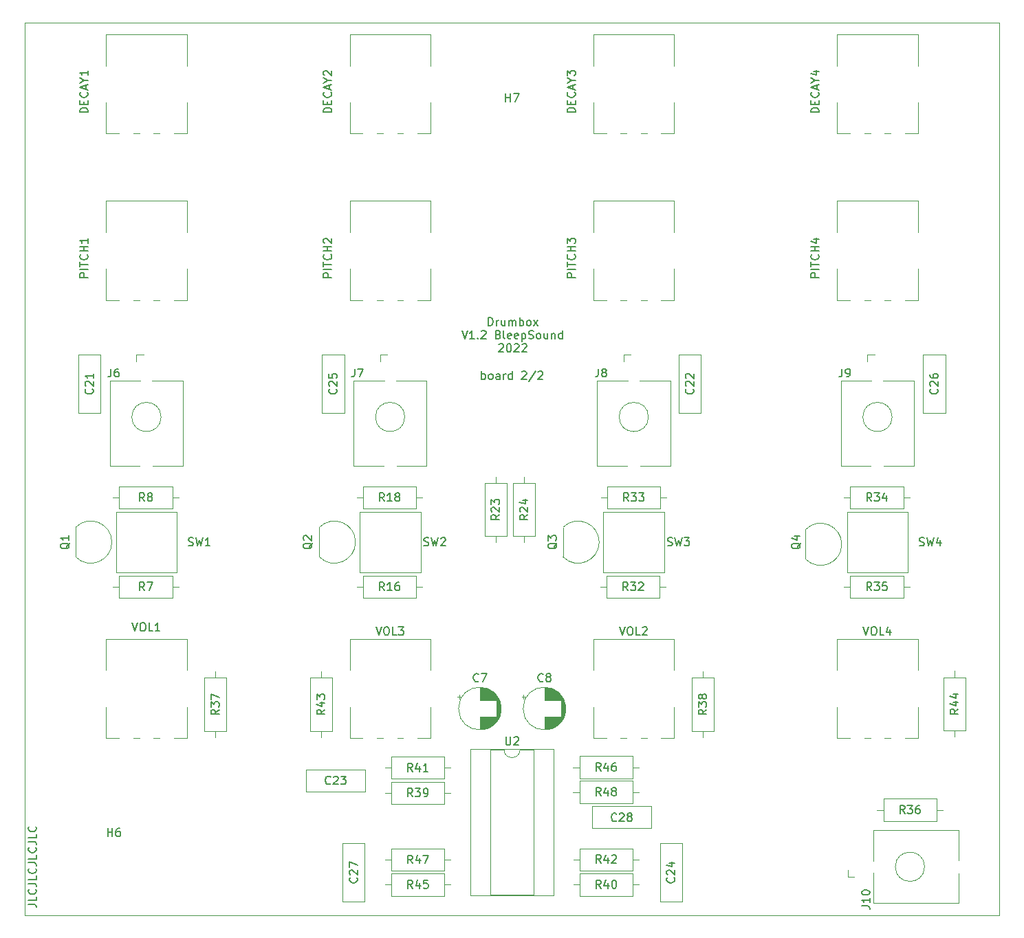
<source format=gto>
G04 #@! TF.GenerationSoftware,KiCad,Pcbnew,(6.0.6)*
G04 #@! TF.CreationDate,2022-10-26T08:52:02+02:00*
G04 #@! TF.ProjectId,Drumbox,4472756d-626f-4782-9e6b-696361645f70,rev?*
G04 #@! TF.SameCoordinates,Original*
G04 #@! TF.FileFunction,Legend,Top*
G04 #@! TF.FilePolarity,Positive*
%FSLAX46Y46*%
G04 Gerber Fmt 4.6, Leading zero omitted, Abs format (unit mm)*
G04 Created by KiCad (PCBNEW (6.0.6)) date 2022-10-26 08:52:02*
%MOMM*%
%LPD*%
G01*
G04 APERTURE LIST*
G04 #@! TA.AperFunction,Profile*
%ADD10C,0.050000*%
G04 #@! TD*
%ADD11C,0.150000*%
%ADD12C,0.120000*%
%ADD13C,4.000000*%
%ADD14C,1.800000*%
%ADD15C,1.500000*%
%ADD16C,1.524000*%
%ADD17C,1.600000*%
%ADD18O,1.600000X1.600000*%
%ADD19C,3.200000*%
%ADD20R,1.600000X1.600000*%
%ADD21R,1.830000X1.930000*%
%ADD22C,2.130000*%
%ADD23R,1.500000X1.050000*%
%ADD24O,1.500000X1.050000*%
%ADD25R,1.930000X1.830000*%
%ADD26R,1.700000X1.700000*%
%ADD27O,1.700000X1.700000*%
G04 APERTURE END LIST*
D10*
X73500000Y-31000000D02*
X193500000Y-31000000D01*
X193500000Y-31000000D02*
X193500001Y-141000000D01*
X73500000Y-31000000D02*
X73500000Y-141000000D01*
X73500000Y-141000000D02*
X193500001Y-141000000D01*
D11*
X130600000Y-68342380D02*
X130600000Y-67342380D01*
X130838095Y-67342380D01*
X130980952Y-67390000D01*
X131076190Y-67485238D01*
X131123809Y-67580476D01*
X131171428Y-67770952D01*
X131171428Y-67913809D01*
X131123809Y-68104285D01*
X131076190Y-68199523D01*
X130980952Y-68294761D01*
X130838095Y-68342380D01*
X130600000Y-68342380D01*
X131600000Y-68342380D02*
X131600000Y-67675714D01*
X131600000Y-67866190D02*
X131647619Y-67770952D01*
X131695238Y-67723333D01*
X131790476Y-67675714D01*
X131885714Y-67675714D01*
X132647619Y-67675714D02*
X132647619Y-68342380D01*
X132219047Y-67675714D02*
X132219047Y-68199523D01*
X132266666Y-68294761D01*
X132361904Y-68342380D01*
X132504761Y-68342380D01*
X132600000Y-68294761D01*
X132647619Y-68247142D01*
X133123809Y-68342380D02*
X133123809Y-67675714D01*
X133123809Y-67770952D02*
X133171428Y-67723333D01*
X133266666Y-67675714D01*
X133409523Y-67675714D01*
X133504761Y-67723333D01*
X133552380Y-67818571D01*
X133552380Y-68342380D01*
X133552380Y-67818571D02*
X133600000Y-67723333D01*
X133695238Y-67675714D01*
X133838095Y-67675714D01*
X133933333Y-67723333D01*
X133980952Y-67818571D01*
X133980952Y-68342380D01*
X134457142Y-68342380D02*
X134457142Y-67342380D01*
X134457142Y-67723333D02*
X134552380Y-67675714D01*
X134742857Y-67675714D01*
X134838095Y-67723333D01*
X134885714Y-67770952D01*
X134933333Y-67866190D01*
X134933333Y-68151904D01*
X134885714Y-68247142D01*
X134838095Y-68294761D01*
X134742857Y-68342380D01*
X134552380Y-68342380D01*
X134457142Y-68294761D01*
X135504761Y-68342380D02*
X135409523Y-68294761D01*
X135361904Y-68247142D01*
X135314285Y-68151904D01*
X135314285Y-67866190D01*
X135361904Y-67770952D01*
X135409523Y-67723333D01*
X135504761Y-67675714D01*
X135647619Y-67675714D01*
X135742857Y-67723333D01*
X135790476Y-67770952D01*
X135838095Y-67866190D01*
X135838095Y-68151904D01*
X135790476Y-68247142D01*
X135742857Y-68294761D01*
X135647619Y-68342380D01*
X135504761Y-68342380D01*
X136171428Y-68342380D02*
X136695238Y-67675714D01*
X136171428Y-67675714D02*
X136695238Y-68342380D01*
X127338095Y-68952380D02*
X127671428Y-69952380D01*
X128004761Y-68952380D01*
X128861904Y-69952380D02*
X128290476Y-69952380D01*
X128576190Y-69952380D02*
X128576190Y-68952380D01*
X128480952Y-69095238D01*
X128385714Y-69190476D01*
X128290476Y-69238095D01*
X129290476Y-69857142D02*
X129338095Y-69904761D01*
X129290476Y-69952380D01*
X129242857Y-69904761D01*
X129290476Y-69857142D01*
X129290476Y-69952380D01*
X129719047Y-69047619D02*
X129766666Y-69000000D01*
X129861904Y-68952380D01*
X130100000Y-68952380D01*
X130195238Y-69000000D01*
X130242857Y-69047619D01*
X130290476Y-69142857D01*
X130290476Y-69238095D01*
X130242857Y-69380952D01*
X129671428Y-69952380D01*
X130290476Y-69952380D01*
X131814285Y-69428571D02*
X131957142Y-69476190D01*
X132004761Y-69523809D01*
X132052380Y-69619047D01*
X132052380Y-69761904D01*
X132004761Y-69857142D01*
X131957142Y-69904761D01*
X131861904Y-69952380D01*
X131480952Y-69952380D01*
X131480952Y-68952380D01*
X131814285Y-68952380D01*
X131909523Y-69000000D01*
X131957142Y-69047619D01*
X132004761Y-69142857D01*
X132004761Y-69238095D01*
X131957142Y-69333333D01*
X131909523Y-69380952D01*
X131814285Y-69428571D01*
X131480952Y-69428571D01*
X132623809Y-69952380D02*
X132528571Y-69904761D01*
X132480952Y-69809523D01*
X132480952Y-68952380D01*
X133385714Y-69904761D02*
X133290476Y-69952380D01*
X133100000Y-69952380D01*
X133004761Y-69904761D01*
X132957142Y-69809523D01*
X132957142Y-69428571D01*
X133004761Y-69333333D01*
X133100000Y-69285714D01*
X133290476Y-69285714D01*
X133385714Y-69333333D01*
X133433333Y-69428571D01*
X133433333Y-69523809D01*
X132957142Y-69619047D01*
X134242857Y-69904761D02*
X134147619Y-69952380D01*
X133957142Y-69952380D01*
X133861904Y-69904761D01*
X133814285Y-69809523D01*
X133814285Y-69428571D01*
X133861904Y-69333333D01*
X133957142Y-69285714D01*
X134147619Y-69285714D01*
X134242857Y-69333333D01*
X134290476Y-69428571D01*
X134290476Y-69523809D01*
X133814285Y-69619047D01*
X134719047Y-69285714D02*
X134719047Y-70285714D01*
X134719047Y-69333333D02*
X134814285Y-69285714D01*
X135004761Y-69285714D01*
X135100000Y-69333333D01*
X135147619Y-69380952D01*
X135195238Y-69476190D01*
X135195238Y-69761904D01*
X135147619Y-69857142D01*
X135100000Y-69904761D01*
X135004761Y-69952380D01*
X134814285Y-69952380D01*
X134719047Y-69904761D01*
X135576190Y-69904761D02*
X135719047Y-69952380D01*
X135957142Y-69952380D01*
X136052380Y-69904761D01*
X136100000Y-69857142D01*
X136147619Y-69761904D01*
X136147619Y-69666666D01*
X136100000Y-69571428D01*
X136052380Y-69523809D01*
X135957142Y-69476190D01*
X135766666Y-69428571D01*
X135671428Y-69380952D01*
X135623809Y-69333333D01*
X135576190Y-69238095D01*
X135576190Y-69142857D01*
X135623809Y-69047619D01*
X135671428Y-69000000D01*
X135766666Y-68952380D01*
X136004761Y-68952380D01*
X136147619Y-69000000D01*
X136719047Y-69952380D02*
X136623809Y-69904761D01*
X136576190Y-69857142D01*
X136528571Y-69761904D01*
X136528571Y-69476190D01*
X136576190Y-69380952D01*
X136623809Y-69333333D01*
X136719047Y-69285714D01*
X136861904Y-69285714D01*
X136957142Y-69333333D01*
X137004761Y-69380952D01*
X137052380Y-69476190D01*
X137052380Y-69761904D01*
X137004761Y-69857142D01*
X136957142Y-69904761D01*
X136861904Y-69952380D01*
X136719047Y-69952380D01*
X137909523Y-69285714D02*
X137909523Y-69952380D01*
X137480952Y-69285714D02*
X137480952Y-69809523D01*
X137528571Y-69904761D01*
X137623809Y-69952380D01*
X137766666Y-69952380D01*
X137861904Y-69904761D01*
X137909523Y-69857142D01*
X138385714Y-69285714D02*
X138385714Y-69952380D01*
X138385714Y-69380952D02*
X138433333Y-69333333D01*
X138528571Y-69285714D01*
X138671428Y-69285714D01*
X138766666Y-69333333D01*
X138814285Y-69428571D01*
X138814285Y-69952380D01*
X139719047Y-69952380D02*
X139719047Y-68952380D01*
X139719047Y-69904761D02*
X139623809Y-69952380D01*
X139433333Y-69952380D01*
X139338095Y-69904761D01*
X139290476Y-69857142D01*
X139242857Y-69761904D01*
X139242857Y-69476190D01*
X139290476Y-69380952D01*
X139338095Y-69333333D01*
X139433333Y-69285714D01*
X139623809Y-69285714D01*
X139719047Y-69333333D01*
X131885714Y-70657619D02*
X131933333Y-70610000D01*
X132028571Y-70562380D01*
X132266666Y-70562380D01*
X132361904Y-70610000D01*
X132409523Y-70657619D01*
X132457142Y-70752857D01*
X132457142Y-70848095D01*
X132409523Y-70990952D01*
X131838095Y-71562380D01*
X132457142Y-71562380D01*
X133076190Y-70562380D02*
X133171428Y-70562380D01*
X133266666Y-70610000D01*
X133314285Y-70657619D01*
X133361904Y-70752857D01*
X133409523Y-70943333D01*
X133409523Y-71181428D01*
X133361904Y-71371904D01*
X133314285Y-71467142D01*
X133266666Y-71514761D01*
X133171428Y-71562380D01*
X133076190Y-71562380D01*
X132980952Y-71514761D01*
X132933333Y-71467142D01*
X132885714Y-71371904D01*
X132838095Y-71181428D01*
X132838095Y-70943333D01*
X132885714Y-70752857D01*
X132933333Y-70657619D01*
X132980952Y-70610000D01*
X133076190Y-70562380D01*
X133790476Y-70657619D02*
X133838095Y-70610000D01*
X133933333Y-70562380D01*
X134171428Y-70562380D01*
X134266666Y-70610000D01*
X134314285Y-70657619D01*
X134361904Y-70752857D01*
X134361904Y-70848095D01*
X134314285Y-70990952D01*
X133742857Y-71562380D01*
X134361904Y-71562380D01*
X134742857Y-70657619D02*
X134790476Y-70610000D01*
X134885714Y-70562380D01*
X135123809Y-70562380D01*
X135219047Y-70610000D01*
X135266666Y-70657619D01*
X135314285Y-70752857D01*
X135314285Y-70848095D01*
X135266666Y-70990952D01*
X134695238Y-71562380D01*
X135314285Y-71562380D01*
X129761904Y-74952380D02*
X129761904Y-73952380D01*
X129761904Y-74333333D02*
X129857142Y-74285714D01*
X130047619Y-74285714D01*
X130142857Y-74333333D01*
X130190476Y-74380952D01*
X130238095Y-74476190D01*
X130238095Y-74761904D01*
X130190476Y-74857142D01*
X130142857Y-74904761D01*
X130047619Y-74952380D01*
X129857142Y-74952380D01*
X129761904Y-74904761D01*
X130809523Y-74952380D02*
X130714285Y-74904761D01*
X130666666Y-74857142D01*
X130619047Y-74761904D01*
X130619047Y-74476190D01*
X130666666Y-74380952D01*
X130714285Y-74333333D01*
X130809523Y-74285714D01*
X130952380Y-74285714D01*
X131047619Y-74333333D01*
X131095238Y-74380952D01*
X131142857Y-74476190D01*
X131142857Y-74761904D01*
X131095238Y-74857142D01*
X131047619Y-74904761D01*
X130952380Y-74952380D01*
X130809523Y-74952380D01*
X132000000Y-74952380D02*
X132000000Y-74428571D01*
X131952380Y-74333333D01*
X131857142Y-74285714D01*
X131666666Y-74285714D01*
X131571428Y-74333333D01*
X132000000Y-74904761D02*
X131904761Y-74952380D01*
X131666666Y-74952380D01*
X131571428Y-74904761D01*
X131523809Y-74809523D01*
X131523809Y-74714285D01*
X131571428Y-74619047D01*
X131666666Y-74571428D01*
X131904761Y-74571428D01*
X132000000Y-74523809D01*
X132476190Y-74952380D02*
X132476190Y-74285714D01*
X132476190Y-74476190D02*
X132523809Y-74380952D01*
X132571428Y-74333333D01*
X132666666Y-74285714D01*
X132761904Y-74285714D01*
X133523809Y-74952380D02*
X133523809Y-73952380D01*
X133523809Y-74904761D02*
X133428571Y-74952380D01*
X133238095Y-74952380D01*
X133142857Y-74904761D01*
X133095238Y-74857142D01*
X133047619Y-74761904D01*
X133047619Y-74476190D01*
X133095238Y-74380952D01*
X133142857Y-74333333D01*
X133238095Y-74285714D01*
X133428571Y-74285714D01*
X133523809Y-74333333D01*
X134714285Y-74047619D02*
X134761904Y-74000000D01*
X134857142Y-73952380D01*
X135095238Y-73952380D01*
X135190476Y-74000000D01*
X135238095Y-74047619D01*
X135285714Y-74142857D01*
X135285714Y-74238095D01*
X135238095Y-74380952D01*
X134666666Y-74952380D01*
X135285714Y-74952380D01*
X136428571Y-73904761D02*
X135571428Y-75190476D01*
X136714285Y-74047619D02*
X136761904Y-74000000D01*
X136857142Y-73952380D01*
X137095238Y-73952380D01*
X137190476Y-74000000D01*
X137238095Y-74047619D01*
X137285714Y-74142857D01*
X137285714Y-74238095D01*
X137238095Y-74380952D01*
X136666666Y-74952380D01*
X137285714Y-74952380D01*
X73952380Y-139619047D02*
X74666666Y-139619047D01*
X74809523Y-139666666D01*
X74904761Y-139761904D01*
X74952380Y-139904761D01*
X74952380Y-140000000D01*
X74952380Y-138666666D02*
X74952380Y-139142857D01*
X73952380Y-139142857D01*
X74857142Y-137761904D02*
X74904761Y-137809523D01*
X74952380Y-137952380D01*
X74952380Y-138047619D01*
X74904761Y-138190476D01*
X74809523Y-138285714D01*
X74714285Y-138333333D01*
X74523809Y-138380952D01*
X74380952Y-138380952D01*
X74190476Y-138333333D01*
X74095238Y-138285714D01*
X74000000Y-138190476D01*
X73952380Y-138047619D01*
X73952380Y-137952380D01*
X74000000Y-137809523D01*
X74047619Y-137761904D01*
X73952380Y-137047619D02*
X74666666Y-137047619D01*
X74809523Y-137095238D01*
X74904761Y-137190476D01*
X74952380Y-137333333D01*
X74952380Y-137428571D01*
X74952380Y-136095238D02*
X74952380Y-136571428D01*
X73952380Y-136571428D01*
X74857142Y-135190476D02*
X74904761Y-135238095D01*
X74952380Y-135380952D01*
X74952380Y-135476190D01*
X74904761Y-135619047D01*
X74809523Y-135714285D01*
X74714285Y-135761904D01*
X74523809Y-135809523D01*
X74380952Y-135809523D01*
X74190476Y-135761904D01*
X74095238Y-135714285D01*
X74000000Y-135619047D01*
X73952380Y-135476190D01*
X73952380Y-135380952D01*
X74000000Y-135238095D01*
X74047619Y-135190476D01*
X73952380Y-134476190D02*
X74666666Y-134476190D01*
X74809523Y-134523809D01*
X74904761Y-134619047D01*
X74952380Y-134761904D01*
X74952380Y-134857142D01*
X74952380Y-133523809D02*
X74952380Y-134000000D01*
X73952380Y-134000000D01*
X74857142Y-132619047D02*
X74904761Y-132666666D01*
X74952380Y-132809523D01*
X74952380Y-132904761D01*
X74904761Y-133047619D01*
X74809523Y-133142857D01*
X74714285Y-133190476D01*
X74523809Y-133238095D01*
X74380952Y-133238095D01*
X74190476Y-133190476D01*
X74095238Y-133142857D01*
X74000000Y-133047619D01*
X73952380Y-132904761D01*
X73952380Y-132809523D01*
X74000000Y-132666666D01*
X74047619Y-132619047D01*
X73952380Y-131904761D02*
X74666666Y-131904761D01*
X74809523Y-131952380D01*
X74904761Y-132047619D01*
X74952380Y-132190476D01*
X74952380Y-132285714D01*
X74952380Y-130952380D02*
X74952380Y-131428571D01*
X73952380Y-131428571D01*
X74857142Y-130047619D02*
X74904761Y-130095238D01*
X74952380Y-130238095D01*
X74952380Y-130333333D01*
X74904761Y-130476190D01*
X74809523Y-130571428D01*
X74714285Y-130619047D01*
X74523809Y-130666666D01*
X74380952Y-130666666D01*
X74190476Y-130619047D01*
X74095238Y-130571428D01*
X74000000Y-130476190D01*
X73952380Y-130333333D01*
X73952380Y-130238095D01*
X74000000Y-130095238D01*
X74047619Y-130047619D01*
X81302380Y-42047619D02*
X80302380Y-42047619D01*
X80302380Y-41809523D01*
X80350000Y-41666666D01*
X80445238Y-41571428D01*
X80540476Y-41523809D01*
X80730952Y-41476190D01*
X80873809Y-41476190D01*
X81064285Y-41523809D01*
X81159523Y-41571428D01*
X81254761Y-41666666D01*
X81302380Y-41809523D01*
X81302380Y-42047619D01*
X80778571Y-41047619D02*
X80778571Y-40714285D01*
X81302380Y-40571428D02*
X81302380Y-41047619D01*
X80302380Y-41047619D01*
X80302380Y-40571428D01*
X81207142Y-39571428D02*
X81254761Y-39619047D01*
X81302380Y-39761904D01*
X81302380Y-39857142D01*
X81254761Y-40000000D01*
X81159523Y-40095238D01*
X81064285Y-40142857D01*
X80873809Y-40190476D01*
X80730952Y-40190476D01*
X80540476Y-40142857D01*
X80445238Y-40095238D01*
X80350000Y-40000000D01*
X80302380Y-39857142D01*
X80302380Y-39761904D01*
X80350000Y-39619047D01*
X80397619Y-39571428D01*
X81016666Y-39190476D02*
X81016666Y-38714285D01*
X81302380Y-39285714D02*
X80302380Y-38952380D01*
X81302380Y-38619047D01*
X80826190Y-38095238D02*
X81302380Y-38095238D01*
X80302380Y-38428571D02*
X80826190Y-38095238D01*
X80302380Y-37761904D01*
X81302380Y-36904761D02*
X81302380Y-37476190D01*
X81302380Y-37190476D02*
X80302380Y-37190476D01*
X80445238Y-37285714D01*
X80540476Y-37380952D01*
X80588095Y-37476190D01*
X152666666Y-95404761D02*
X152809523Y-95452380D01*
X153047619Y-95452380D01*
X153142857Y-95404761D01*
X153190476Y-95357142D01*
X153238095Y-95261904D01*
X153238095Y-95166666D01*
X153190476Y-95071428D01*
X153142857Y-95023809D01*
X153047619Y-94976190D01*
X152857142Y-94928571D01*
X152761904Y-94880952D01*
X152714285Y-94833333D01*
X152666666Y-94738095D01*
X152666666Y-94642857D01*
X152714285Y-94547619D01*
X152761904Y-94500000D01*
X152857142Y-94452380D01*
X153095238Y-94452380D01*
X153238095Y-94500000D01*
X153571428Y-94452380D02*
X153809523Y-95452380D01*
X154000000Y-94738095D01*
X154190476Y-95452380D01*
X154428571Y-94452380D01*
X154714285Y-94452380D02*
X155333333Y-94452380D01*
X155000000Y-94833333D01*
X155142857Y-94833333D01*
X155238095Y-94880952D01*
X155285714Y-94928571D01*
X155333333Y-95023809D01*
X155333333Y-95261904D01*
X155285714Y-95357142D01*
X155238095Y-95404761D01*
X155142857Y-95452380D01*
X154857142Y-95452380D01*
X154761904Y-95404761D01*
X154714285Y-95357142D01*
X144437142Y-123202380D02*
X144103809Y-122726190D01*
X143865714Y-123202380D02*
X143865714Y-122202380D01*
X144246666Y-122202380D01*
X144341904Y-122250000D01*
X144389523Y-122297619D01*
X144437142Y-122392857D01*
X144437142Y-122535714D01*
X144389523Y-122630952D01*
X144341904Y-122678571D01*
X144246666Y-122726190D01*
X143865714Y-122726190D01*
X145294285Y-122535714D02*
X145294285Y-123202380D01*
X145056190Y-122154761D02*
X144818095Y-122869047D01*
X145437142Y-122869047D01*
X146246666Y-122202380D02*
X146056190Y-122202380D01*
X145960952Y-122250000D01*
X145913333Y-122297619D01*
X145818095Y-122440476D01*
X145770476Y-122630952D01*
X145770476Y-123011904D01*
X145818095Y-123107142D01*
X145865714Y-123154761D01*
X145960952Y-123202380D01*
X146151428Y-123202380D01*
X146246666Y-123154761D01*
X146294285Y-123107142D01*
X146341904Y-123011904D01*
X146341904Y-122773809D01*
X146294285Y-122678571D01*
X146246666Y-122630952D01*
X146151428Y-122583333D01*
X145960952Y-122583333D01*
X145865714Y-122630952D01*
X145818095Y-122678571D01*
X145770476Y-122773809D01*
X110472380Y-115642857D02*
X109996190Y-115976190D01*
X110472380Y-116214285D02*
X109472380Y-116214285D01*
X109472380Y-115833333D01*
X109520000Y-115738095D01*
X109567619Y-115690476D01*
X109662857Y-115642857D01*
X109805714Y-115642857D01*
X109900952Y-115690476D01*
X109948571Y-115738095D01*
X109996190Y-115833333D01*
X109996190Y-116214285D01*
X109805714Y-114785714D02*
X110472380Y-114785714D01*
X109424761Y-115023809D02*
X110139047Y-115261904D01*
X110139047Y-114642857D01*
X109472380Y-114357142D02*
X109472380Y-113738095D01*
X109853333Y-114071428D01*
X109853333Y-113928571D01*
X109900952Y-113833333D01*
X109948571Y-113785714D01*
X110043809Y-113738095D01*
X110281904Y-113738095D01*
X110377142Y-113785714D01*
X110424761Y-113833333D01*
X110472380Y-113928571D01*
X110472380Y-114214285D01*
X110424761Y-114309523D01*
X110377142Y-114357142D01*
X181857142Y-128452380D02*
X181523809Y-127976190D01*
X181285714Y-128452380D02*
X181285714Y-127452380D01*
X181666666Y-127452380D01*
X181761904Y-127500000D01*
X181809523Y-127547619D01*
X181857142Y-127642857D01*
X181857142Y-127785714D01*
X181809523Y-127880952D01*
X181761904Y-127928571D01*
X181666666Y-127976190D01*
X181285714Y-127976190D01*
X182190476Y-127452380D02*
X182809523Y-127452380D01*
X182476190Y-127833333D01*
X182619047Y-127833333D01*
X182714285Y-127880952D01*
X182761904Y-127928571D01*
X182809523Y-128023809D01*
X182809523Y-128261904D01*
X182761904Y-128357142D01*
X182714285Y-128404761D01*
X182619047Y-128452380D01*
X182333333Y-128452380D01*
X182238095Y-128404761D01*
X182190476Y-128357142D01*
X183666666Y-127452380D02*
X183476190Y-127452380D01*
X183380952Y-127500000D01*
X183333333Y-127547619D01*
X183238095Y-127690476D01*
X183190476Y-127880952D01*
X183190476Y-128261904D01*
X183238095Y-128357142D01*
X183285714Y-128404761D01*
X183380952Y-128452380D01*
X183571428Y-128452380D01*
X183666666Y-128404761D01*
X183714285Y-128357142D01*
X183761904Y-128261904D01*
X183761904Y-128023809D01*
X183714285Y-127928571D01*
X183666666Y-127880952D01*
X183571428Y-127833333D01*
X183380952Y-127833333D01*
X183285714Y-127880952D01*
X183238095Y-127928571D01*
X183190476Y-128023809D01*
X81302380Y-62380952D02*
X80302380Y-62380952D01*
X80302380Y-62000000D01*
X80350000Y-61904761D01*
X80397619Y-61857142D01*
X80492857Y-61809523D01*
X80635714Y-61809523D01*
X80730952Y-61857142D01*
X80778571Y-61904761D01*
X80826190Y-62000000D01*
X80826190Y-62380952D01*
X81302380Y-61380952D02*
X80302380Y-61380952D01*
X80302380Y-61047619D02*
X80302380Y-60476190D01*
X81302380Y-60761904D02*
X80302380Y-60761904D01*
X81207142Y-59571428D02*
X81254761Y-59619047D01*
X81302380Y-59761904D01*
X81302380Y-59857142D01*
X81254761Y-60000000D01*
X81159523Y-60095238D01*
X81064285Y-60142857D01*
X80873809Y-60190476D01*
X80730952Y-60190476D01*
X80540476Y-60142857D01*
X80445238Y-60095238D01*
X80350000Y-60000000D01*
X80302380Y-59857142D01*
X80302380Y-59761904D01*
X80350000Y-59619047D01*
X80397619Y-59571428D01*
X81302380Y-59142857D02*
X80302380Y-59142857D01*
X80778571Y-59142857D02*
X80778571Y-58571428D01*
X81302380Y-58571428D02*
X80302380Y-58571428D01*
X81302380Y-57571428D02*
X81302380Y-58142857D01*
X81302380Y-57857142D02*
X80302380Y-57857142D01*
X80445238Y-57952380D01*
X80540476Y-58047619D01*
X80588095Y-58142857D01*
X83738095Y-131252380D02*
X83738095Y-130252380D01*
X83738095Y-130728571D02*
X84309523Y-130728571D01*
X84309523Y-131252380D02*
X84309523Y-130252380D01*
X85214285Y-130252380D02*
X85023809Y-130252380D01*
X84928571Y-130300000D01*
X84880952Y-130347619D01*
X84785714Y-130490476D01*
X84738095Y-130680952D01*
X84738095Y-131061904D01*
X84785714Y-131157142D01*
X84833333Y-131204761D01*
X84928571Y-131252380D01*
X85119047Y-131252380D01*
X85214285Y-131204761D01*
X85261904Y-131157142D01*
X85309523Y-131061904D01*
X85309523Y-130823809D01*
X85261904Y-130728571D01*
X85214285Y-130680952D01*
X85119047Y-130633333D01*
X84928571Y-130633333D01*
X84833333Y-130680952D01*
X84785714Y-130728571D01*
X84738095Y-130823809D01*
X88253333Y-89952380D02*
X87920000Y-89476190D01*
X87681904Y-89952380D02*
X87681904Y-88952380D01*
X88062857Y-88952380D01*
X88158095Y-89000000D01*
X88205714Y-89047619D01*
X88253333Y-89142857D01*
X88253333Y-89285714D01*
X88205714Y-89380952D01*
X88158095Y-89428571D01*
X88062857Y-89476190D01*
X87681904Y-89476190D01*
X88824761Y-89380952D02*
X88729523Y-89333333D01*
X88681904Y-89285714D01*
X88634285Y-89190476D01*
X88634285Y-89142857D01*
X88681904Y-89047619D01*
X88729523Y-89000000D01*
X88824761Y-88952380D01*
X89015238Y-88952380D01*
X89110476Y-89000000D01*
X89158095Y-89047619D01*
X89205714Y-89142857D01*
X89205714Y-89190476D01*
X89158095Y-89285714D01*
X89110476Y-89333333D01*
X89015238Y-89380952D01*
X88824761Y-89380952D01*
X88729523Y-89428571D01*
X88681904Y-89476190D01*
X88634285Y-89571428D01*
X88634285Y-89761904D01*
X88681904Y-89857142D01*
X88729523Y-89904761D01*
X88824761Y-89952380D01*
X89015238Y-89952380D01*
X89110476Y-89904761D01*
X89158095Y-89857142D01*
X89205714Y-89761904D01*
X89205714Y-89571428D01*
X89158095Y-89476190D01*
X89110476Y-89428571D01*
X89015238Y-89380952D01*
X117777142Y-100952380D02*
X117443809Y-100476190D01*
X117205714Y-100952380D02*
X117205714Y-99952380D01*
X117586666Y-99952380D01*
X117681904Y-100000000D01*
X117729523Y-100047619D01*
X117777142Y-100142857D01*
X117777142Y-100285714D01*
X117729523Y-100380952D01*
X117681904Y-100428571D01*
X117586666Y-100476190D01*
X117205714Y-100476190D01*
X118729523Y-100952380D02*
X118158095Y-100952380D01*
X118443809Y-100952380D02*
X118443809Y-99952380D01*
X118348571Y-100095238D01*
X118253333Y-100190476D01*
X118158095Y-100238095D01*
X119586666Y-99952380D02*
X119396190Y-99952380D01*
X119300952Y-100000000D01*
X119253333Y-100047619D01*
X119158095Y-100190476D01*
X119110476Y-100380952D01*
X119110476Y-100761904D01*
X119158095Y-100857142D01*
X119205714Y-100904761D01*
X119300952Y-100952380D01*
X119491428Y-100952380D01*
X119586666Y-100904761D01*
X119634285Y-100857142D01*
X119681904Y-100761904D01*
X119681904Y-100523809D01*
X119634285Y-100428571D01*
X119586666Y-100380952D01*
X119491428Y-100333333D01*
X119300952Y-100333333D01*
X119205714Y-100380952D01*
X119158095Y-100428571D01*
X119110476Y-100523809D01*
X153457142Y-136342857D02*
X153504761Y-136390476D01*
X153552380Y-136533333D01*
X153552380Y-136628571D01*
X153504761Y-136771428D01*
X153409523Y-136866666D01*
X153314285Y-136914285D01*
X153123809Y-136961904D01*
X152980952Y-136961904D01*
X152790476Y-136914285D01*
X152695238Y-136866666D01*
X152600000Y-136771428D01*
X152552380Y-136628571D01*
X152552380Y-136533333D01*
X152600000Y-136390476D01*
X152647619Y-136342857D01*
X152647619Y-135961904D02*
X152600000Y-135914285D01*
X152552380Y-135819047D01*
X152552380Y-135580952D01*
X152600000Y-135485714D01*
X152647619Y-135438095D01*
X152742857Y-135390476D01*
X152838095Y-135390476D01*
X152980952Y-135438095D01*
X153552380Y-136009523D01*
X153552380Y-135390476D01*
X152885714Y-134533333D02*
X153552380Y-134533333D01*
X152504761Y-134771428D02*
X153219047Y-135009523D01*
X153219047Y-134390476D01*
X146357142Y-129307142D02*
X146309523Y-129354761D01*
X146166666Y-129402380D01*
X146071428Y-129402380D01*
X145928571Y-129354761D01*
X145833333Y-129259523D01*
X145785714Y-129164285D01*
X145738095Y-128973809D01*
X145738095Y-128830952D01*
X145785714Y-128640476D01*
X145833333Y-128545238D01*
X145928571Y-128450000D01*
X146071428Y-128402380D01*
X146166666Y-128402380D01*
X146309523Y-128450000D01*
X146357142Y-128497619D01*
X146738095Y-128497619D02*
X146785714Y-128450000D01*
X146880952Y-128402380D01*
X147119047Y-128402380D01*
X147214285Y-128450000D01*
X147261904Y-128497619D01*
X147309523Y-128592857D01*
X147309523Y-128688095D01*
X147261904Y-128830952D01*
X146690476Y-129402380D01*
X147309523Y-129402380D01*
X147880952Y-128830952D02*
X147785714Y-128783333D01*
X147738095Y-128735714D01*
X147690476Y-128640476D01*
X147690476Y-128592857D01*
X147738095Y-128497619D01*
X147785714Y-128450000D01*
X147880952Y-128402380D01*
X148071428Y-128402380D01*
X148166666Y-128450000D01*
X148214285Y-128497619D01*
X148261904Y-128592857D01*
X148261904Y-128640476D01*
X148214285Y-128735714D01*
X148166666Y-128783333D01*
X148071428Y-128830952D01*
X147880952Y-128830952D01*
X147785714Y-128878571D01*
X147738095Y-128926190D01*
X147690476Y-129021428D01*
X147690476Y-129211904D01*
X147738095Y-129307142D01*
X147785714Y-129354761D01*
X147880952Y-129402380D01*
X148071428Y-129402380D01*
X148166666Y-129354761D01*
X148214285Y-129307142D01*
X148261904Y-129211904D01*
X148261904Y-129021428D01*
X148214285Y-128926190D01*
X148166666Y-128878571D01*
X148071428Y-128830952D01*
X147777142Y-100952380D02*
X147443809Y-100476190D01*
X147205714Y-100952380D02*
X147205714Y-99952380D01*
X147586666Y-99952380D01*
X147681904Y-100000000D01*
X147729523Y-100047619D01*
X147777142Y-100142857D01*
X147777142Y-100285714D01*
X147729523Y-100380952D01*
X147681904Y-100428571D01*
X147586666Y-100476190D01*
X147205714Y-100476190D01*
X148110476Y-99952380D02*
X148729523Y-99952380D01*
X148396190Y-100333333D01*
X148539047Y-100333333D01*
X148634285Y-100380952D01*
X148681904Y-100428571D01*
X148729523Y-100523809D01*
X148729523Y-100761904D01*
X148681904Y-100857142D01*
X148634285Y-100904761D01*
X148539047Y-100952380D01*
X148253333Y-100952380D01*
X148158095Y-100904761D01*
X148110476Y-100857142D01*
X149110476Y-100047619D02*
X149158095Y-100000000D01*
X149253333Y-99952380D01*
X149491428Y-99952380D01*
X149586666Y-100000000D01*
X149634285Y-100047619D01*
X149681904Y-100142857D01*
X149681904Y-100238095D01*
X149634285Y-100380952D01*
X149062857Y-100952380D01*
X149681904Y-100952380D01*
X121257142Y-123252380D02*
X120923809Y-122776190D01*
X120685714Y-123252380D02*
X120685714Y-122252380D01*
X121066666Y-122252380D01*
X121161904Y-122300000D01*
X121209523Y-122347619D01*
X121257142Y-122442857D01*
X121257142Y-122585714D01*
X121209523Y-122680952D01*
X121161904Y-122728571D01*
X121066666Y-122776190D01*
X120685714Y-122776190D01*
X122114285Y-122585714D02*
X122114285Y-123252380D01*
X121876190Y-122204761D02*
X121638095Y-122919047D01*
X122257142Y-122919047D01*
X123161904Y-123252380D02*
X122590476Y-123252380D01*
X122876190Y-123252380D02*
X122876190Y-122252380D01*
X122780952Y-122395238D01*
X122685714Y-122490476D01*
X122590476Y-122538095D01*
X137333333Y-112107142D02*
X137285714Y-112154761D01*
X137142857Y-112202380D01*
X137047619Y-112202380D01*
X136904761Y-112154761D01*
X136809523Y-112059523D01*
X136761904Y-111964285D01*
X136714285Y-111773809D01*
X136714285Y-111630952D01*
X136761904Y-111440476D01*
X136809523Y-111345238D01*
X136904761Y-111250000D01*
X137047619Y-111202380D01*
X137142857Y-111202380D01*
X137285714Y-111250000D01*
X137333333Y-111297619D01*
X137904761Y-111630952D02*
X137809523Y-111583333D01*
X137761904Y-111535714D01*
X137714285Y-111440476D01*
X137714285Y-111392857D01*
X137761904Y-111297619D01*
X137809523Y-111250000D01*
X137904761Y-111202380D01*
X138095238Y-111202380D01*
X138190476Y-111250000D01*
X138238095Y-111297619D01*
X138285714Y-111392857D01*
X138285714Y-111440476D01*
X138238095Y-111535714D01*
X138190476Y-111583333D01*
X138095238Y-111630952D01*
X137904761Y-111630952D01*
X137809523Y-111678571D01*
X137761904Y-111726190D01*
X137714285Y-111821428D01*
X137714285Y-112011904D01*
X137761904Y-112107142D01*
X137809523Y-112154761D01*
X137904761Y-112202380D01*
X138095238Y-112202380D01*
X138190476Y-112154761D01*
X138238095Y-112107142D01*
X138285714Y-112011904D01*
X138285714Y-111821428D01*
X138238095Y-111726190D01*
X138190476Y-111678571D01*
X138095238Y-111630952D01*
X121277142Y-134582380D02*
X120943809Y-134106190D01*
X120705714Y-134582380D02*
X120705714Y-133582380D01*
X121086666Y-133582380D01*
X121181904Y-133630000D01*
X121229523Y-133677619D01*
X121277142Y-133772857D01*
X121277142Y-133915714D01*
X121229523Y-134010952D01*
X121181904Y-134058571D01*
X121086666Y-134106190D01*
X120705714Y-134106190D01*
X122134285Y-133915714D02*
X122134285Y-134582380D01*
X121896190Y-133534761D02*
X121658095Y-134249047D01*
X122277142Y-134249047D01*
X122562857Y-133582380D02*
X123229523Y-133582380D01*
X122800952Y-134582380D01*
X176552380Y-139839523D02*
X177266666Y-139839523D01*
X177409523Y-139887142D01*
X177504761Y-139982380D01*
X177552380Y-140125238D01*
X177552380Y-140220476D01*
X177552380Y-138839523D02*
X177552380Y-139410952D01*
X177552380Y-139125238D02*
X176552380Y-139125238D01*
X176695238Y-139220476D01*
X176790476Y-139315714D01*
X176838095Y-139410952D01*
X176552380Y-138220476D02*
X176552380Y-138125238D01*
X176600000Y-138030000D01*
X176647619Y-137982380D01*
X176742857Y-137934761D01*
X176933333Y-137887142D01*
X177171428Y-137887142D01*
X177361904Y-137934761D01*
X177457142Y-137982380D01*
X177504761Y-138030000D01*
X177552380Y-138125238D01*
X177552380Y-138220476D01*
X177504761Y-138315714D01*
X177457142Y-138363333D01*
X177361904Y-138410952D01*
X177171428Y-138458571D01*
X176933333Y-138458571D01*
X176742857Y-138410952D01*
X176647619Y-138363333D01*
X176600000Y-138315714D01*
X176552380Y-138220476D01*
X146761904Y-105452380D02*
X147095238Y-106452380D01*
X147428571Y-105452380D01*
X147952380Y-105452380D02*
X148142857Y-105452380D01*
X148238095Y-105500000D01*
X148333333Y-105595238D01*
X148380952Y-105785714D01*
X148380952Y-106119047D01*
X148333333Y-106309523D01*
X148238095Y-106404761D01*
X148142857Y-106452380D01*
X147952380Y-106452380D01*
X147857142Y-106404761D01*
X147761904Y-106309523D01*
X147714285Y-106119047D01*
X147714285Y-105785714D01*
X147761904Y-105595238D01*
X147857142Y-105500000D01*
X147952380Y-105452380D01*
X149285714Y-106452380D02*
X148809523Y-106452380D01*
X148809523Y-105452380D01*
X149571428Y-105547619D02*
X149619047Y-105500000D01*
X149714285Y-105452380D01*
X149952380Y-105452380D01*
X150047619Y-105500000D01*
X150095238Y-105547619D01*
X150142857Y-105642857D01*
X150142857Y-105738095D01*
X150095238Y-105880952D01*
X149523809Y-106452380D01*
X150142857Y-106452380D01*
X139047619Y-95095238D02*
X139000000Y-95190476D01*
X138904761Y-95285714D01*
X138761904Y-95428571D01*
X138714285Y-95523809D01*
X138714285Y-95619047D01*
X138952380Y-95571428D02*
X138904761Y-95666666D01*
X138809523Y-95761904D01*
X138619047Y-95809523D01*
X138285714Y-95809523D01*
X138095238Y-95761904D01*
X138000000Y-95666666D01*
X137952380Y-95571428D01*
X137952380Y-95380952D01*
X138000000Y-95285714D01*
X138095238Y-95190476D01*
X138285714Y-95142857D01*
X138619047Y-95142857D01*
X138809523Y-95190476D01*
X138904761Y-95285714D01*
X138952380Y-95380952D01*
X138952380Y-95571428D01*
X137952380Y-94809523D02*
X137952380Y-94190476D01*
X138333333Y-94523809D01*
X138333333Y-94380952D01*
X138380952Y-94285714D01*
X138428571Y-94238095D01*
X138523809Y-94190476D01*
X138761904Y-94190476D01*
X138857142Y-94238095D01*
X138904761Y-94285714D01*
X138952380Y-94380952D01*
X138952380Y-94666666D01*
X138904761Y-94761904D01*
X138857142Y-94809523D01*
X141302380Y-42047619D02*
X140302380Y-42047619D01*
X140302380Y-41809523D01*
X140350000Y-41666666D01*
X140445238Y-41571428D01*
X140540476Y-41523809D01*
X140730952Y-41476190D01*
X140873809Y-41476190D01*
X141064285Y-41523809D01*
X141159523Y-41571428D01*
X141254761Y-41666666D01*
X141302380Y-41809523D01*
X141302380Y-42047619D01*
X140778571Y-41047619D02*
X140778571Y-40714285D01*
X141302380Y-40571428D02*
X141302380Y-41047619D01*
X140302380Y-41047619D01*
X140302380Y-40571428D01*
X141207142Y-39571428D02*
X141254761Y-39619047D01*
X141302380Y-39761904D01*
X141302380Y-39857142D01*
X141254761Y-40000000D01*
X141159523Y-40095238D01*
X141064285Y-40142857D01*
X140873809Y-40190476D01*
X140730952Y-40190476D01*
X140540476Y-40142857D01*
X140445238Y-40095238D01*
X140350000Y-40000000D01*
X140302380Y-39857142D01*
X140302380Y-39761904D01*
X140350000Y-39619047D01*
X140397619Y-39571428D01*
X141016666Y-39190476D02*
X141016666Y-38714285D01*
X141302380Y-39285714D02*
X140302380Y-38952380D01*
X141302380Y-38619047D01*
X140826190Y-38095238D02*
X141302380Y-38095238D01*
X140302380Y-38428571D02*
X140826190Y-38095238D01*
X140302380Y-37761904D01*
X140302380Y-37523809D02*
X140302380Y-36904761D01*
X140683333Y-37238095D01*
X140683333Y-37095238D01*
X140730952Y-37000000D01*
X140778571Y-36952380D01*
X140873809Y-36904761D01*
X141111904Y-36904761D01*
X141207142Y-36952380D01*
X141254761Y-37000000D01*
X141302380Y-37095238D01*
X141302380Y-37380952D01*
X141254761Y-37476190D01*
X141207142Y-37523809D01*
X79047619Y-95095238D02*
X79000000Y-95190476D01*
X78904761Y-95285714D01*
X78761904Y-95428571D01*
X78714285Y-95523809D01*
X78714285Y-95619047D01*
X78952380Y-95571428D02*
X78904761Y-95666666D01*
X78809523Y-95761904D01*
X78619047Y-95809523D01*
X78285714Y-95809523D01*
X78095238Y-95761904D01*
X78000000Y-95666666D01*
X77952380Y-95571428D01*
X77952380Y-95380952D01*
X78000000Y-95285714D01*
X78095238Y-95190476D01*
X78285714Y-95142857D01*
X78619047Y-95142857D01*
X78809523Y-95190476D01*
X78904761Y-95285714D01*
X78952380Y-95380952D01*
X78952380Y-95571428D01*
X78952380Y-94190476D02*
X78952380Y-94761904D01*
X78952380Y-94476190D02*
X77952380Y-94476190D01*
X78095238Y-94571428D01*
X78190476Y-94666666D01*
X78238095Y-94761904D01*
X141302380Y-62380952D02*
X140302380Y-62380952D01*
X140302380Y-62000000D01*
X140350000Y-61904761D01*
X140397619Y-61857142D01*
X140492857Y-61809523D01*
X140635714Y-61809523D01*
X140730952Y-61857142D01*
X140778571Y-61904761D01*
X140826190Y-62000000D01*
X140826190Y-62380952D01*
X141302380Y-61380952D02*
X140302380Y-61380952D01*
X140302380Y-61047619D02*
X140302380Y-60476190D01*
X141302380Y-60761904D02*
X140302380Y-60761904D01*
X141207142Y-59571428D02*
X141254761Y-59619047D01*
X141302380Y-59761904D01*
X141302380Y-59857142D01*
X141254761Y-60000000D01*
X141159523Y-60095238D01*
X141064285Y-60142857D01*
X140873809Y-60190476D01*
X140730952Y-60190476D01*
X140540476Y-60142857D01*
X140445238Y-60095238D01*
X140350000Y-60000000D01*
X140302380Y-59857142D01*
X140302380Y-59761904D01*
X140350000Y-59619047D01*
X140397619Y-59571428D01*
X141302380Y-59142857D02*
X140302380Y-59142857D01*
X140778571Y-59142857D02*
X140778571Y-58571428D01*
X141302380Y-58571428D02*
X140302380Y-58571428D01*
X140302380Y-58190476D02*
X140302380Y-57571428D01*
X140683333Y-57904761D01*
X140683333Y-57761904D01*
X140730952Y-57666666D01*
X140778571Y-57619047D01*
X140873809Y-57571428D01*
X141111904Y-57571428D01*
X141207142Y-57619047D01*
X141254761Y-57666666D01*
X141302380Y-57761904D01*
X141302380Y-58047619D01*
X141254761Y-58142857D01*
X141207142Y-58190476D01*
X111302380Y-42047619D02*
X110302380Y-42047619D01*
X110302380Y-41809523D01*
X110350000Y-41666666D01*
X110445238Y-41571428D01*
X110540476Y-41523809D01*
X110730952Y-41476190D01*
X110873809Y-41476190D01*
X111064285Y-41523809D01*
X111159523Y-41571428D01*
X111254761Y-41666666D01*
X111302380Y-41809523D01*
X111302380Y-42047619D01*
X110778571Y-41047619D02*
X110778571Y-40714285D01*
X111302380Y-40571428D02*
X111302380Y-41047619D01*
X110302380Y-41047619D01*
X110302380Y-40571428D01*
X111207142Y-39571428D02*
X111254761Y-39619047D01*
X111302380Y-39761904D01*
X111302380Y-39857142D01*
X111254761Y-40000000D01*
X111159523Y-40095238D01*
X111064285Y-40142857D01*
X110873809Y-40190476D01*
X110730952Y-40190476D01*
X110540476Y-40142857D01*
X110445238Y-40095238D01*
X110350000Y-40000000D01*
X110302380Y-39857142D01*
X110302380Y-39761904D01*
X110350000Y-39619047D01*
X110397619Y-39571428D01*
X111016666Y-39190476D02*
X111016666Y-38714285D01*
X111302380Y-39285714D02*
X110302380Y-38952380D01*
X111302380Y-38619047D01*
X110826190Y-38095238D02*
X111302380Y-38095238D01*
X110302380Y-38428571D02*
X110826190Y-38095238D01*
X110302380Y-37761904D01*
X110397619Y-37476190D02*
X110350000Y-37428571D01*
X110302380Y-37333333D01*
X110302380Y-37095238D01*
X110350000Y-37000000D01*
X110397619Y-36952380D01*
X110492857Y-36904761D01*
X110588095Y-36904761D01*
X110730952Y-36952380D01*
X111302380Y-37523809D01*
X111302380Y-36904761D01*
X114136666Y-73632380D02*
X114136666Y-74346666D01*
X114089047Y-74489523D01*
X113993809Y-74584761D01*
X113850952Y-74632380D01*
X113755714Y-74632380D01*
X114517619Y-73632380D02*
X115184285Y-73632380D01*
X114755714Y-74632380D01*
X132748095Y-118997380D02*
X132748095Y-119806904D01*
X132795714Y-119902142D01*
X132843333Y-119949761D01*
X132938571Y-119997380D01*
X133129047Y-119997380D01*
X133224285Y-119949761D01*
X133271904Y-119902142D01*
X133319523Y-119806904D01*
X133319523Y-118997380D01*
X133748095Y-119092619D02*
X133795714Y-119045000D01*
X133890952Y-118997380D01*
X134129047Y-118997380D01*
X134224285Y-119045000D01*
X134271904Y-119092619D01*
X134319523Y-119187857D01*
X134319523Y-119283095D01*
X134271904Y-119425952D01*
X133700476Y-119997380D01*
X134319523Y-119997380D01*
X117777142Y-89952380D02*
X117443809Y-89476190D01*
X117205714Y-89952380D02*
X117205714Y-88952380D01*
X117586666Y-88952380D01*
X117681904Y-89000000D01*
X117729523Y-89047619D01*
X117777142Y-89142857D01*
X117777142Y-89285714D01*
X117729523Y-89380952D01*
X117681904Y-89428571D01*
X117586666Y-89476190D01*
X117205714Y-89476190D01*
X118729523Y-89952380D02*
X118158095Y-89952380D01*
X118443809Y-89952380D02*
X118443809Y-88952380D01*
X118348571Y-89095238D01*
X118253333Y-89190476D01*
X118158095Y-89238095D01*
X119300952Y-89380952D02*
X119205714Y-89333333D01*
X119158095Y-89285714D01*
X119110476Y-89190476D01*
X119110476Y-89142857D01*
X119158095Y-89047619D01*
X119205714Y-89000000D01*
X119300952Y-88952380D01*
X119491428Y-88952380D01*
X119586666Y-89000000D01*
X119634285Y-89047619D01*
X119681904Y-89142857D01*
X119681904Y-89190476D01*
X119634285Y-89285714D01*
X119586666Y-89333333D01*
X119491428Y-89380952D01*
X119300952Y-89380952D01*
X119205714Y-89428571D01*
X119158095Y-89476190D01*
X119110476Y-89571428D01*
X119110476Y-89761904D01*
X119158095Y-89857142D01*
X119205714Y-89904761D01*
X119300952Y-89952380D01*
X119491428Y-89952380D01*
X119586666Y-89904761D01*
X119634285Y-89857142D01*
X119681904Y-89761904D01*
X119681904Y-89571428D01*
X119634285Y-89476190D01*
X119586666Y-89428571D01*
X119491428Y-89380952D01*
X121257142Y-126352380D02*
X120923809Y-125876190D01*
X120685714Y-126352380D02*
X120685714Y-125352380D01*
X121066666Y-125352380D01*
X121161904Y-125400000D01*
X121209523Y-125447619D01*
X121257142Y-125542857D01*
X121257142Y-125685714D01*
X121209523Y-125780952D01*
X121161904Y-125828571D01*
X121066666Y-125876190D01*
X120685714Y-125876190D01*
X121590476Y-125352380D02*
X122209523Y-125352380D01*
X121876190Y-125733333D01*
X122019047Y-125733333D01*
X122114285Y-125780952D01*
X122161904Y-125828571D01*
X122209523Y-125923809D01*
X122209523Y-126161904D01*
X122161904Y-126257142D01*
X122114285Y-126304761D01*
X122019047Y-126352380D01*
X121733333Y-126352380D01*
X121638095Y-126304761D01*
X121590476Y-126257142D01*
X122685714Y-126352380D02*
X122876190Y-126352380D01*
X122971428Y-126304761D01*
X123019047Y-126257142D01*
X123114285Y-126114285D01*
X123161904Y-125923809D01*
X123161904Y-125542857D01*
X123114285Y-125447619D01*
X123066666Y-125400000D01*
X122971428Y-125352380D01*
X122780952Y-125352380D01*
X122685714Y-125400000D01*
X122638095Y-125447619D01*
X122590476Y-125542857D01*
X122590476Y-125780952D01*
X122638095Y-125876190D01*
X122685714Y-125923809D01*
X122780952Y-125971428D01*
X122971428Y-125971428D01*
X123066666Y-125923809D01*
X123114285Y-125876190D01*
X123161904Y-125780952D01*
X129378220Y-112107142D02*
X129330601Y-112154761D01*
X129187744Y-112202380D01*
X129092506Y-112202380D01*
X128949648Y-112154761D01*
X128854410Y-112059523D01*
X128806791Y-111964285D01*
X128759172Y-111773809D01*
X128759172Y-111630952D01*
X128806791Y-111440476D01*
X128854410Y-111345238D01*
X128949648Y-111250000D01*
X129092506Y-111202380D01*
X129187744Y-111202380D01*
X129330601Y-111250000D01*
X129378220Y-111297619D01*
X129711553Y-111202380D02*
X130378220Y-111202380D01*
X129949648Y-112202380D01*
X114407142Y-136342857D02*
X114454761Y-136390476D01*
X114502380Y-136533333D01*
X114502380Y-136628571D01*
X114454761Y-136771428D01*
X114359523Y-136866666D01*
X114264285Y-136914285D01*
X114073809Y-136961904D01*
X113930952Y-136961904D01*
X113740476Y-136914285D01*
X113645238Y-136866666D01*
X113550000Y-136771428D01*
X113502380Y-136628571D01*
X113502380Y-136533333D01*
X113550000Y-136390476D01*
X113597619Y-136342857D01*
X113597619Y-135961904D02*
X113550000Y-135914285D01*
X113502380Y-135819047D01*
X113502380Y-135580952D01*
X113550000Y-135485714D01*
X113597619Y-135438095D01*
X113692857Y-135390476D01*
X113788095Y-135390476D01*
X113930952Y-135438095D01*
X114502380Y-136009523D01*
X114502380Y-135390476D01*
X113502380Y-135057142D02*
X113502380Y-134390476D01*
X114502380Y-134819047D01*
X81857142Y-76142857D02*
X81904761Y-76190476D01*
X81952380Y-76333333D01*
X81952380Y-76428571D01*
X81904761Y-76571428D01*
X81809523Y-76666666D01*
X81714285Y-76714285D01*
X81523809Y-76761904D01*
X81380952Y-76761904D01*
X81190476Y-76714285D01*
X81095238Y-76666666D01*
X81000000Y-76571428D01*
X80952380Y-76428571D01*
X80952380Y-76333333D01*
X81000000Y-76190476D01*
X81047619Y-76142857D01*
X81047619Y-75761904D02*
X81000000Y-75714285D01*
X80952380Y-75619047D01*
X80952380Y-75380952D01*
X81000000Y-75285714D01*
X81047619Y-75238095D01*
X81142857Y-75190476D01*
X81238095Y-75190476D01*
X81380952Y-75238095D01*
X81952380Y-75809523D01*
X81952380Y-75190476D01*
X81952380Y-74238095D02*
X81952380Y-74809523D01*
X81952380Y-74523809D02*
X80952380Y-74523809D01*
X81095238Y-74619047D01*
X81190476Y-74714285D01*
X81238095Y-74809523D01*
X183666666Y-95404761D02*
X183809523Y-95452380D01*
X184047619Y-95452380D01*
X184142857Y-95404761D01*
X184190476Y-95357142D01*
X184238095Y-95261904D01*
X184238095Y-95166666D01*
X184190476Y-95071428D01*
X184142857Y-95023809D01*
X184047619Y-94976190D01*
X183857142Y-94928571D01*
X183761904Y-94880952D01*
X183714285Y-94833333D01*
X183666666Y-94738095D01*
X183666666Y-94642857D01*
X183714285Y-94547619D01*
X183761904Y-94500000D01*
X183857142Y-94452380D01*
X184095238Y-94452380D01*
X184238095Y-94500000D01*
X184571428Y-94452380D02*
X184809523Y-95452380D01*
X185000000Y-94738095D01*
X185190476Y-95452380D01*
X185428571Y-94452380D01*
X186238095Y-94785714D02*
X186238095Y-95452380D01*
X186000000Y-94404761D02*
X185761904Y-95119047D01*
X186380952Y-95119047D01*
X144457142Y-134552380D02*
X144123809Y-134076190D01*
X143885714Y-134552380D02*
X143885714Y-133552380D01*
X144266666Y-133552380D01*
X144361904Y-133600000D01*
X144409523Y-133647619D01*
X144457142Y-133742857D01*
X144457142Y-133885714D01*
X144409523Y-133980952D01*
X144361904Y-134028571D01*
X144266666Y-134076190D01*
X143885714Y-134076190D01*
X145314285Y-133885714D02*
X145314285Y-134552380D01*
X145076190Y-133504761D02*
X144838095Y-134219047D01*
X145457142Y-134219047D01*
X145790476Y-133647619D02*
X145838095Y-133600000D01*
X145933333Y-133552380D01*
X146171428Y-133552380D01*
X146266666Y-133600000D01*
X146314285Y-133647619D01*
X146361904Y-133742857D01*
X146361904Y-133838095D01*
X146314285Y-133980952D01*
X145742857Y-134552380D01*
X146361904Y-134552380D01*
X185857142Y-76142857D02*
X185904761Y-76190476D01*
X185952380Y-76333333D01*
X185952380Y-76428571D01*
X185904761Y-76571428D01*
X185809523Y-76666666D01*
X185714285Y-76714285D01*
X185523809Y-76761904D01*
X185380952Y-76761904D01*
X185190476Y-76714285D01*
X185095238Y-76666666D01*
X185000000Y-76571428D01*
X184952380Y-76428571D01*
X184952380Y-76333333D01*
X185000000Y-76190476D01*
X185047619Y-76142857D01*
X185047619Y-75761904D02*
X185000000Y-75714285D01*
X184952380Y-75619047D01*
X184952380Y-75380952D01*
X185000000Y-75285714D01*
X185047619Y-75238095D01*
X185142857Y-75190476D01*
X185238095Y-75190476D01*
X185380952Y-75238095D01*
X185952380Y-75809523D01*
X185952380Y-75190476D01*
X184952380Y-74333333D02*
X184952380Y-74523809D01*
X185000000Y-74619047D01*
X185047619Y-74666666D01*
X185190476Y-74761904D01*
X185380952Y-74809523D01*
X185761904Y-74809523D01*
X185857142Y-74761904D01*
X185904761Y-74714285D01*
X185952380Y-74619047D01*
X185952380Y-74428571D01*
X185904761Y-74333333D01*
X185857142Y-74285714D01*
X185761904Y-74238095D01*
X185523809Y-74238095D01*
X185428571Y-74285714D01*
X185380952Y-74333333D01*
X185333333Y-74428571D01*
X185333333Y-74619047D01*
X185380952Y-74714285D01*
X185428571Y-74761904D01*
X185523809Y-74809523D01*
X111857142Y-76142857D02*
X111904761Y-76190476D01*
X111952380Y-76333333D01*
X111952380Y-76428571D01*
X111904761Y-76571428D01*
X111809523Y-76666666D01*
X111714285Y-76714285D01*
X111523809Y-76761904D01*
X111380952Y-76761904D01*
X111190476Y-76714285D01*
X111095238Y-76666666D01*
X111000000Y-76571428D01*
X110952380Y-76428571D01*
X110952380Y-76333333D01*
X111000000Y-76190476D01*
X111047619Y-76142857D01*
X111047619Y-75761904D02*
X111000000Y-75714285D01*
X110952380Y-75619047D01*
X110952380Y-75380952D01*
X111000000Y-75285714D01*
X111047619Y-75238095D01*
X111142857Y-75190476D01*
X111238095Y-75190476D01*
X111380952Y-75238095D01*
X111952380Y-75809523D01*
X111952380Y-75190476D01*
X110952380Y-74285714D02*
X110952380Y-74761904D01*
X111428571Y-74809523D01*
X111380952Y-74761904D01*
X111333333Y-74666666D01*
X111333333Y-74428571D01*
X111380952Y-74333333D01*
X111428571Y-74285714D01*
X111523809Y-74238095D01*
X111761904Y-74238095D01*
X111857142Y-74285714D01*
X111904761Y-74333333D01*
X111952380Y-74428571D01*
X111952380Y-74666666D01*
X111904761Y-74761904D01*
X111857142Y-74809523D01*
X111157142Y-124757142D02*
X111109523Y-124804761D01*
X110966666Y-124852380D01*
X110871428Y-124852380D01*
X110728571Y-124804761D01*
X110633333Y-124709523D01*
X110585714Y-124614285D01*
X110538095Y-124423809D01*
X110538095Y-124280952D01*
X110585714Y-124090476D01*
X110633333Y-123995238D01*
X110728571Y-123900000D01*
X110871428Y-123852380D01*
X110966666Y-123852380D01*
X111109523Y-123900000D01*
X111157142Y-123947619D01*
X111538095Y-123947619D02*
X111585714Y-123900000D01*
X111680952Y-123852380D01*
X111919047Y-123852380D01*
X112014285Y-123900000D01*
X112061904Y-123947619D01*
X112109523Y-124042857D01*
X112109523Y-124138095D01*
X112061904Y-124280952D01*
X111490476Y-124852380D01*
X112109523Y-124852380D01*
X112442857Y-123852380D02*
X113061904Y-123852380D01*
X112728571Y-124233333D01*
X112871428Y-124233333D01*
X112966666Y-124280952D01*
X113014285Y-124328571D01*
X113061904Y-124423809D01*
X113061904Y-124661904D01*
X113014285Y-124757142D01*
X112966666Y-124804761D01*
X112871428Y-124852380D01*
X112585714Y-124852380D01*
X112490476Y-124804761D01*
X112442857Y-124757142D01*
X122666666Y-95404761D02*
X122809523Y-95452380D01*
X123047619Y-95452380D01*
X123142857Y-95404761D01*
X123190476Y-95357142D01*
X123238095Y-95261904D01*
X123238095Y-95166666D01*
X123190476Y-95071428D01*
X123142857Y-95023809D01*
X123047619Y-94976190D01*
X122857142Y-94928571D01*
X122761904Y-94880952D01*
X122714285Y-94833333D01*
X122666666Y-94738095D01*
X122666666Y-94642857D01*
X122714285Y-94547619D01*
X122761904Y-94500000D01*
X122857142Y-94452380D01*
X123095238Y-94452380D01*
X123238095Y-94500000D01*
X123571428Y-94452380D02*
X123809523Y-95452380D01*
X124000000Y-94738095D01*
X124190476Y-95452380D01*
X124428571Y-94452380D01*
X124761904Y-94547619D02*
X124809523Y-94500000D01*
X124904761Y-94452380D01*
X125142857Y-94452380D01*
X125238095Y-94500000D01*
X125285714Y-94547619D01*
X125333333Y-94642857D01*
X125333333Y-94738095D01*
X125285714Y-94880952D01*
X124714285Y-95452380D01*
X125333333Y-95452380D01*
X171302380Y-62380952D02*
X170302380Y-62380952D01*
X170302380Y-62000000D01*
X170350000Y-61904761D01*
X170397619Y-61857142D01*
X170492857Y-61809523D01*
X170635714Y-61809523D01*
X170730952Y-61857142D01*
X170778571Y-61904761D01*
X170826190Y-62000000D01*
X170826190Y-62380952D01*
X171302380Y-61380952D02*
X170302380Y-61380952D01*
X170302380Y-61047619D02*
X170302380Y-60476190D01*
X171302380Y-60761904D02*
X170302380Y-60761904D01*
X171207142Y-59571428D02*
X171254761Y-59619047D01*
X171302380Y-59761904D01*
X171302380Y-59857142D01*
X171254761Y-60000000D01*
X171159523Y-60095238D01*
X171064285Y-60142857D01*
X170873809Y-60190476D01*
X170730952Y-60190476D01*
X170540476Y-60142857D01*
X170445238Y-60095238D01*
X170350000Y-60000000D01*
X170302380Y-59857142D01*
X170302380Y-59761904D01*
X170350000Y-59619047D01*
X170397619Y-59571428D01*
X171302380Y-59142857D02*
X170302380Y-59142857D01*
X170778571Y-59142857D02*
X170778571Y-58571428D01*
X171302380Y-58571428D02*
X170302380Y-58571428D01*
X170635714Y-57666666D02*
X171302380Y-57666666D01*
X170254761Y-57904761D02*
X170969047Y-58142857D01*
X170969047Y-57523809D01*
X88253333Y-100952380D02*
X87920000Y-100476190D01*
X87681904Y-100952380D02*
X87681904Y-99952380D01*
X88062857Y-99952380D01*
X88158095Y-100000000D01*
X88205714Y-100047619D01*
X88253333Y-100142857D01*
X88253333Y-100285714D01*
X88205714Y-100380952D01*
X88158095Y-100428571D01*
X88062857Y-100476190D01*
X87681904Y-100476190D01*
X88586666Y-99952380D02*
X89253333Y-99952380D01*
X88824761Y-100952380D01*
X188452380Y-115562857D02*
X187976190Y-115896190D01*
X188452380Y-116134285D02*
X187452380Y-116134285D01*
X187452380Y-115753333D01*
X187500000Y-115658095D01*
X187547619Y-115610476D01*
X187642857Y-115562857D01*
X187785714Y-115562857D01*
X187880952Y-115610476D01*
X187928571Y-115658095D01*
X187976190Y-115753333D01*
X187976190Y-116134285D01*
X187785714Y-114705714D02*
X188452380Y-114705714D01*
X187404761Y-114943809D02*
X188119047Y-115181904D01*
X188119047Y-114562857D01*
X187785714Y-113753333D02*
X188452380Y-113753333D01*
X187404761Y-113991428D02*
X188119047Y-114229523D01*
X188119047Y-113610476D01*
X144136666Y-73632380D02*
X144136666Y-74346666D01*
X144089047Y-74489523D01*
X143993809Y-74584761D01*
X143850952Y-74632380D01*
X143755714Y-74632380D01*
X144755714Y-74060952D02*
X144660476Y-74013333D01*
X144612857Y-73965714D01*
X144565238Y-73870476D01*
X144565238Y-73822857D01*
X144612857Y-73727619D01*
X144660476Y-73680000D01*
X144755714Y-73632380D01*
X144946190Y-73632380D01*
X145041428Y-73680000D01*
X145089047Y-73727619D01*
X145136666Y-73822857D01*
X145136666Y-73870476D01*
X145089047Y-73965714D01*
X145041428Y-74013333D01*
X144946190Y-74060952D01*
X144755714Y-74060952D01*
X144660476Y-74108571D01*
X144612857Y-74156190D01*
X144565238Y-74251428D01*
X144565238Y-74441904D01*
X144612857Y-74537142D01*
X144660476Y-74584761D01*
X144755714Y-74632380D01*
X144946190Y-74632380D01*
X145041428Y-74584761D01*
X145089047Y-74537142D01*
X145136666Y-74441904D01*
X145136666Y-74251428D01*
X145089047Y-74156190D01*
X145041428Y-74108571D01*
X144946190Y-74060952D01*
X116761904Y-105452380D02*
X117095238Y-106452380D01*
X117428571Y-105452380D01*
X117952380Y-105452380D02*
X118142857Y-105452380D01*
X118238095Y-105500000D01*
X118333333Y-105595238D01*
X118380952Y-105785714D01*
X118380952Y-106119047D01*
X118333333Y-106309523D01*
X118238095Y-106404761D01*
X118142857Y-106452380D01*
X117952380Y-106452380D01*
X117857142Y-106404761D01*
X117761904Y-106309523D01*
X117714285Y-106119047D01*
X117714285Y-105785714D01*
X117761904Y-105595238D01*
X117857142Y-105500000D01*
X117952380Y-105452380D01*
X119285714Y-106452380D02*
X118809523Y-106452380D01*
X118809523Y-105452380D01*
X119523809Y-105452380D02*
X120142857Y-105452380D01*
X119809523Y-105833333D01*
X119952380Y-105833333D01*
X120047619Y-105880952D01*
X120095238Y-105928571D01*
X120142857Y-106023809D01*
X120142857Y-106261904D01*
X120095238Y-106357142D01*
X120047619Y-106404761D01*
X119952380Y-106452380D01*
X119666666Y-106452380D01*
X119571428Y-106404761D01*
X119523809Y-106357142D01*
X144457142Y-137652380D02*
X144123809Y-137176190D01*
X143885714Y-137652380D02*
X143885714Y-136652380D01*
X144266666Y-136652380D01*
X144361904Y-136700000D01*
X144409523Y-136747619D01*
X144457142Y-136842857D01*
X144457142Y-136985714D01*
X144409523Y-137080952D01*
X144361904Y-137128571D01*
X144266666Y-137176190D01*
X143885714Y-137176190D01*
X145314285Y-136985714D02*
X145314285Y-137652380D01*
X145076190Y-136604761D02*
X144838095Y-137319047D01*
X145457142Y-137319047D01*
X146028571Y-136652380D02*
X146123809Y-136652380D01*
X146219047Y-136700000D01*
X146266666Y-136747619D01*
X146314285Y-136842857D01*
X146361904Y-137033333D01*
X146361904Y-137271428D01*
X146314285Y-137461904D01*
X146266666Y-137557142D01*
X146219047Y-137604761D01*
X146123809Y-137652380D01*
X146028571Y-137652380D01*
X145933333Y-137604761D01*
X145885714Y-137557142D01*
X145838095Y-137461904D01*
X145790476Y-137271428D01*
X145790476Y-137033333D01*
X145838095Y-136842857D01*
X145885714Y-136747619D01*
X145933333Y-136700000D01*
X146028571Y-136652380D01*
X174136666Y-73632380D02*
X174136666Y-74346666D01*
X174089047Y-74489523D01*
X173993809Y-74584761D01*
X173850952Y-74632380D01*
X173755714Y-74632380D01*
X174660476Y-74632380D02*
X174850952Y-74632380D01*
X174946190Y-74584761D01*
X174993809Y-74537142D01*
X175089047Y-74394285D01*
X175136666Y-74203809D01*
X175136666Y-73822857D01*
X175089047Y-73727619D01*
X175041428Y-73680000D01*
X174946190Y-73632380D01*
X174755714Y-73632380D01*
X174660476Y-73680000D01*
X174612857Y-73727619D01*
X174565238Y-73822857D01*
X174565238Y-74060952D01*
X174612857Y-74156190D01*
X174660476Y-74203809D01*
X174755714Y-74251428D01*
X174946190Y-74251428D01*
X175041428Y-74203809D01*
X175089047Y-74156190D01*
X175136666Y-74060952D01*
X135452380Y-91642857D02*
X134976190Y-91976190D01*
X135452380Y-92214285D02*
X134452380Y-92214285D01*
X134452380Y-91833333D01*
X134500000Y-91738095D01*
X134547619Y-91690476D01*
X134642857Y-91642857D01*
X134785714Y-91642857D01*
X134880952Y-91690476D01*
X134928571Y-91738095D01*
X134976190Y-91833333D01*
X134976190Y-92214285D01*
X134547619Y-91261904D02*
X134500000Y-91214285D01*
X134452380Y-91119047D01*
X134452380Y-90880952D01*
X134500000Y-90785714D01*
X134547619Y-90738095D01*
X134642857Y-90690476D01*
X134738095Y-90690476D01*
X134880952Y-90738095D01*
X135452380Y-91309523D01*
X135452380Y-90690476D01*
X134785714Y-89833333D02*
X135452380Y-89833333D01*
X134404761Y-90071428D02*
X135119047Y-90309523D01*
X135119047Y-89690476D01*
X93666666Y-95404761D02*
X93809523Y-95452380D01*
X94047619Y-95452380D01*
X94142857Y-95404761D01*
X94190476Y-95357142D01*
X94238095Y-95261904D01*
X94238095Y-95166666D01*
X94190476Y-95071428D01*
X94142857Y-95023809D01*
X94047619Y-94976190D01*
X93857142Y-94928571D01*
X93761904Y-94880952D01*
X93714285Y-94833333D01*
X93666666Y-94738095D01*
X93666666Y-94642857D01*
X93714285Y-94547619D01*
X93761904Y-94500000D01*
X93857142Y-94452380D01*
X94095238Y-94452380D01*
X94238095Y-94500000D01*
X94571428Y-94452380D02*
X94809523Y-95452380D01*
X95000000Y-94738095D01*
X95190476Y-95452380D01*
X95428571Y-94452380D01*
X96333333Y-95452380D02*
X95761904Y-95452380D01*
X96047619Y-95452380D02*
X96047619Y-94452380D01*
X95952380Y-94595238D01*
X95857142Y-94690476D01*
X95761904Y-94738095D01*
X121277142Y-137652380D02*
X120943809Y-137176190D01*
X120705714Y-137652380D02*
X120705714Y-136652380D01*
X121086666Y-136652380D01*
X121181904Y-136700000D01*
X121229523Y-136747619D01*
X121277142Y-136842857D01*
X121277142Y-136985714D01*
X121229523Y-137080952D01*
X121181904Y-137128571D01*
X121086666Y-137176190D01*
X120705714Y-137176190D01*
X122134285Y-136985714D02*
X122134285Y-137652380D01*
X121896190Y-136604761D02*
X121658095Y-137319047D01*
X122277142Y-137319047D01*
X123134285Y-136652380D02*
X122658095Y-136652380D01*
X122610476Y-137128571D01*
X122658095Y-137080952D01*
X122753333Y-137033333D01*
X122991428Y-137033333D01*
X123086666Y-137080952D01*
X123134285Y-137128571D01*
X123181904Y-137223809D01*
X123181904Y-137461904D01*
X123134285Y-137557142D01*
X123086666Y-137604761D01*
X122991428Y-137652380D01*
X122753333Y-137652380D01*
X122658095Y-137604761D01*
X122610476Y-137557142D01*
X108917619Y-95095238D02*
X108870000Y-95190476D01*
X108774761Y-95285714D01*
X108631904Y-95428571D01*
X108584285Y-95523809D01*
X108584285Y-95619047D01*
X108822380Y-95571428D02*
X108774761Y-95666666D01*
X108679523Y-95761904D01*
X108489047Y-95809523D01*
X108155714Y-95809523D01*
X107965238Y-95761904D01*
X107870000Y-95666666D01*
X107822380Y-95571428D01*
X107822380Y-95380952D01*
X107870000Y-95285714D01*
X107965238Y-95190476D01*
X108155714Y-95142857D01*
X108489047Y-95142857D01*
X108679523Y-95190476D01*
X108774761Y-95285714D01*
X108822380Y-95380952D01*
X108822380Y-95571428D01*
X107917619Y-94761904D02*
X107870000Y-94714285D01*
X107822380Y-94619047D01*
X107822380Y-94380952D01*
X107870000Y-94285714D01*
X107917619Y-94238095D01*
X108012857Y-94190476D01*
X108108095Y-94190476D01*
X108250952Y-94238095D01*
X108822380Y-94809523D01*
X108822380Y-94190476D01*
X131952380Y-91642857D02*
X131476190Y-91976190D01*
X131952380Y-92214285D02*
X130952380Y-92214285D01*
X130952380Y-91833333D01*
X131000000Y-91738095D01*
X131047619Y-91690476D01*
X131142857Y-91642857D01*
X131285714Y-91642857D01*
X131380952Y-91690476D01*
X131428571Y-91738095D01*
X131476190Y-91833333D01*
X131476190Y-92214285D01*
X131047619Y-91261904D02*
X131000000Y-91214285D01*
X130952380Y-91119047D01*
X130952380Y-90880952D01*
X131000000Y-90785714D01*
X131047619Y-90738095D01*
X131142857Y-90690476D01*
X131238095Y-90690476D01*
X131380952Y-90738095D01*
X131952380Y-91309523D01*
X131952380Y-90690476D01*
X130952380Y-90357142D02*
X130952380Y-89738095D01*
X131333333Y-90071428D01*
X131333333Y-89928571D01*
X131380952Y-89833333D01*
X131428571Y-89785714D01*
X131523809Y-89738095D01*
X131761904Y-89738095D01*
X131857142Y-89785714D01*
X131904761Y-89833333D01*
X131952380Y-89928571D01*
X131952380Y-90214285D01*
X131904761Y-90309523D01*
X131857142Y-90357142D01*
X144437142Y-126252380D02*
X144103809Y-125776190D01*
X143865714Y-126252380D02*
X143865714Y-125252380D01*
X144246666Y-125252380D01*
X144341904Y-125300000D01*
X144389523Y-125347619D01*
X144437142Y-125442857D01*
X144437142Y-125585714D01*
X144389523Y-125680952D01*
X144341904Y-125728571D01*
X144246666Y-125776190D01*
X143865714Y-125776190D01*
X145294285Y-125585714D02*
X145294285Y-126252380D01*
X145056190Y-125204761D02*
X144818095Y-125919047D01*
X145437142Y-125919047D01*
X145960952Y-125680952D02*
X145865714Y-125633333D01*
X145818095Y-125585714D01*
X145770476Y-125490476D01*
X145770476Y-125442857D01*
X145818095Y-125347619D01*
X145865714Y-125300000D01*
X145960952Y-125252380D01*
X146151428Y-125252380D01*
X146246666Y-125300000D01*
X146294285Y-125347619D01*
X146341904Y-125442857D01*
X146341904Y-125490476D01*
X146294285Y-125585714D01*
X146246666Y-125633333D01*
X146151428Y-125680952D01*
X145960952Y-125680952D01*
X145865714Y-125728571D01*
X145818095Y-125776190D01*
X145770476Y-125871428D01*
X145770476Y-126061904D01*
X145818095Y-126157142D01*
X145865714Y-126204761D01*
X145960952Y-126252380D01*
X146151428Y-126252380D01*
X146246666Y-126204761D01*
X146294285Y-126157142D01*
X146341904Y-126061904D01*
X146341904Y-125871428D01*
X146294285Y-125776190D01*
X146246666Y-125728571D01*
X146151428Y-125680952D01*
X111302380Y-62380952D02*
X110302380Y-62380952D01*
X110302380Y-62000000D01*
X110350000Y-61904761D01*
X110397619Y-61857142D01*
X110492857Y-61809523D01*
X110635714Y-61809523D01*
X110730952Y-61857142D01*
X110778571Y-61904761D01*
X110826190Y-62000000D01*
X110826190Y-62380952D01*
X111302380Y-61380952D02*
X110302380Y-61380952D01*
X110302380Y-61047619D02*
X110302380Y-60476190D01*
X111302380Y-60761904D02*
X110302380Y-60761904D01*
X111207142Y-59571428D02*
X111254761Y-59619047D01*
X111302380Y-59761904D01*
X111302380Y-59857142D01*
X111254761Y-60000000D01*
X111159523Y-60095238D01*
X111064285Y-60142857D01*
X110873809Y-60190476D01*
X110730952Y-60190476D01*
X110540476Y-60142857D01*
X110445238Y-60095238D01*
X110350000Y-60000000D01*
X110302380Y-59857142D01*
X110302380Y-59761904D01*
X110350000Y-59619047D01*
X110397619Y-59571428D01*
X111302380Y-59142857D02*
X110302380Y-59142857D01*
X110778571Y-59142857D02*
X110778571Y-58571428D01*
X111302380Y-58571428D02*
X110302380Y-58571428D01*
X110397619Y-58142857D02*
X110350000Y-58095238D01*
X110302380Y-58000000D01*
X110302380Y-57761904D01*
X110350000Y-57666666D01*
X110397619Y-57619047D01*
X110492857Y-57571428D01*
X110588095Y-57571428D01*
X110730952Y-57619047D01*
X111302380Y-58190476D01*
X111302380Y-57571428D01*
X177777142Y-100952380D02*
X177443809Y-100476190D01*
X177205714Y-100952380D02*
X177205714Y-99952380D01*
X177586666Y-99952380D01*
X177681904Y-100000000D01*
X177729523Y-100047619D01*
X177777142Y-100142857D01*
X177777142Y-100285714D01*
X177729523Y-100380952D01*
X177681904Y-100428571D01*
X177586666Y-100476190D01*
X177205714Y-100476190D01*
X178110476Y-99952380D02*
X178729523Y-99952380D01*
X178396190Y-100333333D01*
X178539047Y-100333333D01*
X178634285Y-100380952D01*
X178681904Y-100428571D01*
X178729523Y-100523809D01*
X178729523Y-100761904D01*
X178681904Y-100857142D01*
X178634285Y-100904761D01*
X178539047Y-100952380D01*
X178253333Y-100952380D01*
X178158095Y-100904761D01*
X178110476Y-100857142D01*
X179634285Y-99952380D02*
X179158095Y-99952380D01*
X179110476Y-100428571D01*
X179158095Y-100380952D01*
X179253333Y-100333333D01*
X179491428Y-100333333D01*
X179586666Y-100380952D01*
X179634285Y-100428571D01*
X179681904Y-100523809D01*
X179681904Y-100761904D01*
X179634285Y-100857142D01*
X179586666Y-100904761D01*
X179491428Y-100952380D01*
X179253333Y-100952380D01*
X179158095Y-100904761D01*
X179110476Y-100857142D01*
X155777142Y-76142857D02*
X155824761Y-76190476D01*
X155872380Y-76333333D01*
X155872380Y-76428571D01*
X155824761Y-76571428D01*
X155729523Y-76666666D01*
X155634285Y-76714285D01*
X155443809Y-76761904D01*
X155300952Y-76761904D01*
X155110476Y-76714285D01*
X155015238Y-76666666D01*
X154920000Y-76571428D01*
X154872380Y-76428571D01*
X154872380Y-76333333D01*
X154920000Y-76190476D01*
X154967619Y-76142857D01*
X154967619Y-75761904D02*
X154920000Y-75714285D01*
X154872380Y-75619047D01*
X154872380Y-75380952D01*
X154920000Y-75285714D01*
X154967619Y-75238095D01*
X155062857Y-75190476D01*
X155158095Y-75190476D01*
X155300952Y-75238095D01*
X155872380Y-75809523D01*
X155872380Y-75190476D01*
X154967619Y-74809523D02*
X154920000Y-74761904D01*
X154872380Y-74666666D01*
X154872380Y-74428571D01*
X154920000Y-74333333D01*
X154967619Y-74285714D01*
X155062857Y-74238095D01*
X155158095Y-74238095D01*
X155300952Y-74285714D01*
X155872380Y-74857142D01*
X155872380Y-74238095D01*
X177777142Y-89952380D02*
X177443809Y-89476190D01*
X177205714Y-89952380D02*
X177205714Y-88952380D01*
X177586666Y-88952380D01*
X177681904Y-89000000D01*
X177729523Y-89047619D01*
X177777142Y-89142857D01*
X177777142Y-89285714D01*
X177729523Y-89380952D01*
X177681904Y-89428571D01*
X177586666Y-89476190D01*
X177205714Y-89476190D01*
X178110476Y-88952380D02*
X178729523Y-88952380D01*
X178396190Y-89333333D01*
X178539047Y-89333333D01*
X178634285Y-89380952D01*
X178681904Y-89428571D01*
X178729523Y-89523809D01*
X178729523Y-89761904D01*
X178681904Y-89857142D01*
X178634285Y-89904761D01*
X178539047Y-89952380D01*
X178253333Y-89952380D01*
X178158095Y-89904761D01*
X178110476Y-89857142D01*
X179586666Y-89285714D02*
X179586666Y-89952380D01*
X179348571Y-88904761D02*
X179110476Y-89619047D01*
X179729523Y-89619047D01*
X157452380Y-115642857D02*
X156976190Y-115976190D01*
X157452380Y-116214285D02*
X156452380Y-116214285D01*
X156452380Y-115833333D01*
X156500000Y-115738095D01*
X156547619Y-115690476D01*
X156642857Y-115642857D01*
X156785714Y-115642857D01*
X156880952Y-115690476D01*
X156928571Y-115738095D01*
X156976190Y-115833333D01*
X156976190Y-116214285D01*
X156452380Y-115309523D02*
X156452380Y-114690476D01*
X156833333Y-115023809D01*
X156833333Y-114880952D01*
X156880952Y-114785714D01*
X156928571Y-114738095D01*
X157023809Y-114690476D01*
X157261904Y-114690476D01*
X157357142Y-114738095D01*
X157404761Y-114785714D01*
X157452380Y-114880952D01*
X157452380Y-115166666D01*
X157404761Y-115261904D01*
X157357142Y-115309523D01*
X156880952Y-114119047D02*
X156833333Y-114214285D01*
X156785714Y-114261904D01*
X156690476Y-114309523D01*
X156642857Y-114309523D01*
X156547619Y-114261904D01*
X156500000Y-114214285D01*
X156452380Y-114119047D01*
X156452380Y-113928571D01*
X156500000Y-113833333D01*
X156547619Y-113785714D01*
X156642857Y-113738095D01*
X156690476Y-113738095D01*
X156785714Y-113785714D01*
X156833333Y-113833333D01*
X156880952Y-113928571D01*
X156880952Y-114119047D01*
X156928571Y-114214285D01*
X156976190Y-114261904D01*
X157071428Y-114309523D01*
X157261904Y-114309523D01*
X157357142Y-114261904D01*
X157404761Y-114214285D01*
X157452380Y-114119047D01*
X157452380Y-113928571D01*
X157404761Y-113833333D01*
X157357142Y-113785714D01*
X157261904Y-113738095D01*
X157071428Y-113738095D01*
X156976190Y-113785714D01*
X156928571Y-113833333D01*
X156880952Y-113928571D01*
X169047619Y-95095238D02*
X169000000Y-95190476D01*
X168904761Y-95285714D01*
X168761904Y-95428571D01*
X168714285Y-95523809D01*
X168714285Y-95619047D01*
X168952380Y-95571428D02*
X168904761Y-95666666D01*
X168809523Y-95761904D01*
X168619047Y-95809523D01*
X168285714Y-95809523D01*
X168095238Y-95761904D01*
X168000000Y-95666666D01*
X167952380Y-95571428D01*
X167952380Y-95380952D01*
X168000000Y-95285714D01*
X168095238Y-95190476D01*
X168285714Y-95142857D01*
X168619047Y-95142857D01*
X168809523Y-95190476D01*
X168904761Y-95285714D01*
X168952380Y-95380952D01*
X168952380Y-95571428D01*
X168285714Y-94285714D02*
X168952380Y-94285714D01*
X167904761Y-94523809D02*
X168619047Y-94761904D01*
X168619047Y-94142857D01*
X171302380Y-42047619D02*
X170302380Y-42047619D01*
X170302380Y-41809523D01*
X170350000Y-41666666D01*
X170445238Y-41571428D01*
X170540476Y-41523809D01*
X170730952Y-41476190D01*
X170873809Y-41476190D01*
X171064285Y-41523809D01*
X171159523Y-41571428D01*
X171254761Y-41666666D01*
X171302380Y-41809523D01*
X171302380Y-42047619D01*
X170778571Y-41047619D02*
X170778571Y-40714285D01*
X171302380Y-40571428D02*
X171302380Y-41047619D01*
X170302380Y-41047619D01*
X170302380Y-40571428D01*
X171207142Y-39571428D02*
X171254761Y-39619047D01*
X171302380Y-39761904D01*
X171302380Y-39857142D01*
X171254761Y-40000000D01*
X171159523Y-40095238D01*
X171064285Y-40142857D01*
X170873809Y-40190476D01*
X170730952Y-40190476D01*
X170540476Y-40142857D01*
X170445238Y-40095238D01*
X170350000Y-40000000D01*
X170302380Y-39857142D01*
X170302380Y-39761904D01*
X170350000Y-39619047D01*
X170397619Y-39571428D01*
X171016666Y-39190476D02*
X171016666Y-38714285D01*
X171302380Y-39285714D02*
X170302380Y-38952380D01*
X171302380Y-38619047D01*
X170826190Y-38095238D02*
X171302380Y-38095238D01*
X170302380Y-38428571D02*
X170826190Y-38095238D01*
X170302380Y-37761904D01*
X170635714Y-37000000D02*
X171302380Y-37000000D01*
X170254761Y-37238095D02*
X170969047Y-37476190D01*
X170969047Y-36857142D01*
X86761904Y-104952380D02*
X87095238Y-105952380D01*
X87428571Y-104952380D01*
X87952380Y-104952380D02*
X88142857Y-104952380D01*
X88238095Y-105000000D01*
X88333333Y-105095238D01*
X88380952Y-105285714D01*
X88380952Y-105619047D01*
X88333333Y-105809523D01*
X88238095Y-105904761D01*
X88142857Y-105952380D01*
X87952380Y-105952380D01*
X87857142Y-105904761D01*
X87761904Y-105809523D01*
X87714285Y-105619047D01*
X87714285Y-105285714D01*
X87761904Y-105095238D01*
X87857142Y-105000000D01*
X87952380Y-104952380D01*
X89285714Y-105952380D02*
X88809523Y-105952380D01*
X88809523Y-104952380D01*
X90142857Y-105952380D02*
X89571428Y-105952380D01*
X89857142Y-105952380D02*
X89857142Y-104952380D01*
X89761904Y-105095238D01*
X89666666Y-105190476D01*
X89571428Y-105238095D01*
X176761904Y-105452380D02*
X177095238Y-106452380D01*
X177428571Y-105452380D01*
X177952380Y-105452380D02*
X178142857Y-105452380D01*
X178238095Y-105500000D01*
X178333333Y-105595238D01*
X178380952Y-105785714D01*
X178380952Y-106119047D01*
X178333333Y-106309523D01*
X178238095Y-106404761D01*
X178142857Y-106452380D01*
X177952380Y-106452380D01*
X177857142Y-106404761D01*
X177761904Y-106309523D01*
X177714285Y-106119047D01*
X177714285Y-105785714D01*
X177761904Y-105595238D01*
X177857142Y-105500000D01*
X177952380Y-105452380D01*
X179285714Y-106452380D02*
X178809523Y-106452380D01*
X178809523Y-105452380D01*
X180047619Y-105785714D02*
X180047619Y-106452380D01*
X179809523Y-105404761D02*
X179571428Y-106119047D01*
X180190476Y-106119047D01*
X132738095Y-40752380D02*
X132738095Y-39752380D01*
X132738095Y-40228571D02*
X133309523Y-40228571D01*
X133309523Y-40752380D02*
X133309523Y-39752380D01*
X133690476Y-39752380D02*
X134357142Y-39752380D01*
X133928571Y-40752380D01*
X147857142Y-89952380D02*
X147523809Y-89476190D01*
X147285714Y-89952380D02*
X147285714Y-88952380D01*
X147666666Y-88952380D01*
X147761904Y-89000000D01*
X147809523Y-89047619D01*
X147857142Y-89142857D01*
X147857142Y-89285714D01*
X147809523Y-89380952D01*
X147761904Y-89428571D01*
X147666666Y-89476190D01*
X147285714Y-89476190D01*
X148190476Y-88952380D02*
X148809523Y-88952380D01*
X148476190Y-89333333D01*
X148619047Y-89333333D01*
X148714285Y-89380952D01*
X148761904Y-89428571D01*
X148809523Y-89523809D01*
X148809523Y-89761904D01*
X148761904Y-89857142D01*
X148714285Y-89904761D01*
X148619047Y-89952380D01*
X148333333Y-89952380D01*
X148238095Y-89904761D01*
X148190476Y-89857142D01*
X149142857Y-88952380D02*
X149761904Y-88952380D01*
X149428571Y-89333333D01*
X149571428Y-89333333D01*
X149666666Y-89380952D01*
X149714285Y-89428571D01*
X149761904Y-89523809D01*
X149761904Y-89761904D01*
X149714285Y-89857142D01*
X149666666Y-89904761D01*
X149571428Y-89952380D01*
X149285714Y-89952380D01*
X149190476Y-89904761D01*
X149142857Y-89857142D01*
X84136666Y-73632380D02*
X84136666Y-74346666D01*
X84089047Y-74489523D01*
X83993809Y-74584761D01*
X83850952Y-74632380D01*
X83755714Y-74632380D01*
X85041428Y-73632380D02*
X84850952Y-73632380D01*
X84755714Y-73680000D01*
X84708095Y-73727619D01*
X84612857Y-73870476D01*
X84565238Y-74060952D01*
X84565238Y-74441904D01*
X84612857Y-74537142D01*
X84660476Y-74584761D01*
X84755714Y-74632380D01*
X84946190Y-74632380D01*
X85041428Y-74584761D01*
X85089047Y-74537142D01*
X85136666Y-74441904D01*
X85136666Y-74203809D01*
X85089047Y-74108571D01*
X85041428Y-74060952D01*
X84946190Y-74013333D01*
X84755714Y-74013333D01*
X84660476Y-74060952D01*
X84612857Y-74108571D01*
X84565238Y-74203809D01*
X97452380Y-115642857D02*
X96976190Y-115976190D01*
X97452380Y-116214285D02*
X96452380Y-116214285D01*
X96452380Y-115833333D01*
X96500000Y-115738095D01*
X96547619Y-115690476D01*
X96642857Y-115642857D01*
X96785714Y-115642857D01*
X96880952Y-115690476D01*
X96928571Y-115738095D01*
X96976190Y-115833333D01*
X96976190Y-116214285D01*
X96452380Y-115309523D02*
X96452380Y-114690476D01*
X96833333Y-115023809D01*
X96833333Y-114880952D01*
X96880952Y-114785714D01*
X96928571Y-114738095D01*
X97023809Y-114690476D01*
X97261904Y-114690476D01*
X97357142Y-114738095D01*
X97404761Y-114785714D01*
X97452380Y-114880952D01*
X97452380Y-115166666D01*
X97404761Y-115261904D01*
X97357142Y-115309523D01*
X96452380Y-114357142D02*
X96452380Y-113690476D01*
X97452380Y-114119047D01*
D12*
X83530000Y-36295000D02*
X83530000Y-32430000D01*
X89371000Y-44670000D02*
X90130000Y-44670000D01*
X86871000Y-44670000D02*
X87630000Y-44670000D01*
X93470000Y-36295000D02*
X93470000Y-32430000D01*
X93470000Y-44670000D02*
X93470000Y-40805000D01*
X83530000Y-44670000D02*
X85129000Y-44670000D01*
X83530000Y-44670000D02*
X83530000Y-40805000D01*
X91870000Y-44670000D02*
X93470000Y-44670000D01*
X83530000Y-32430000D02*
X93470000Y-32430000D01*
X144750000Y-98750000D02*
X144750000Y-91250000D01*
X152250000Y-98750000D02*
X152250000Y-91250000D01*
X144750000Y-91250000D02*
X152250000Y-91250000D01*
X144750000Y-98750000D02*
X152250000Y-98750000D01*
X148350000Y-124120000D02*
X148350000Y-121380000D01*
X148350000Y-121380000D02*
X141810000Y-121380000D01*
X141810000Y-121380000D02*
X141810000Y-124120000D01*
X149120000Y-122750000D02*
X148350000Y-122750000D01*
X141040000Y-122750000D02*
X141810000Y-122750000D01*
X141810000Y-124120000D02*
X148350000Y-124120000D01*
X108630000Y-118270000D02*
X111370000Y-118270000D01*
X111370000Y-111730000D02*
X108630000Y-111730000D01*
X108630000Y-111730000D02*
X108630000Y-118270000D01*
X111370000Y-118270000D02*
X111370000Y-111730000D01*
X110000000Y-119040000D02*
X110000000Y-118270000D01*
X110000000Y-110960000D02*
X110000000Y-111730000D01*
X186540000Y-128000000D02*
X185770000Y-128000000D01*
X185770000Y-126630000D02*
X179230000Y-126630000D01*
X179230000Y-129370000D02*
X185770000Y-129370000D01*
X185770000Y-129370000D02*
X185770000Y-126630000D01*
X178460000Y-128000000D02*
X179230000Y-128000000D01*
X179230000Y-126630000D02*
X179230000Y-129370000D01*
X93470000Y-65170000D02*
X93470000Y-61305000D01*
X93470000Y-56795000D02*
X93470000Y-52930000D01*
X83530000Y-65170000D02*
X83530000Y-61305000D01*
X83530000Y-65170000D02*
X85129000Y-65170000D01*
X86871000Y-65170000D02*
X87630000Y-65170000D01*
X83530000Y-56795000D02*
X83530000Y-52930000D01*
X89371000Y-65170000D02*
X90130000Y-65170000D01*
X91870000Y-65170000D02*
X93470000Y-65170000D01*
X83530000Y-52930000D02*
X93470000Y-52930000D01*
X91690000Y-88130000D02*
X85150000Y-88130000D01*
X85150000Y-90870000D02*
X91690000Y-90870000D01*
X92460000Y-89500000D02*
X91690000Y-89500000D01*
X85150000Y-88130000D02*
X85150000Y-90870000D01*
X84380000Y-89500000D02*
X85150000Y-89500000D01*
X91690000Y-90870000D02*
X91690000Y-88130000D01*
X115150000Y-99130000D02*
X115150000Y-101870000D01*
X115150000Y-101870000D02*
X121690000Y-101870000D01*
X114380000Y-100500000D02*
X115150000Y-100500000D01*
X122460000Y-100500000D02*
X121690000Y-100500000D01*
X121690000Y-101870000D02*
X121690000Y-99130000D01*
X121690000Y-99130000D02*
X115150000Y-99130000D01*
X151730000Y-139320000D02*
X151730000Y-132080000D01*
X154470000Y-139320000D02*
X154470000Y-132080000D01*
X151730000Y-132080000D02*
X154470000Y-132080000D01*
X151730000Y-139320000D02*
X154470000Y-139320000D01*
X143380000Y-127530000D02*
X143380000Y-130270000D01*
X150620000Y-127530000D02*
X150620000Y-130270000D01*
X143380000Y-127530000D02*
X150620000Y-127530000D01*
X143380000Y-130270000D02*
X150620000Y-130270000D01*
X151690000Y-99130000D02*
X145150000Y-99130000D01*
X145150000Y-99130000D02*
X145150000Y-101870000D01*
X152460000Y-100500000D02*
X151690000Y-100500000D01*
X144380000Y-100500000D02*
X145150000Y-100500000D01*
X145150000Y-101870000D02*
X151690000Y-101870000D01*
X151690000Y-101870000D02*
X151690000Y-99130000D01*
X118630000Y-121430000D02*
X118630000Y-124170000D01*
X118630000Y-124170000D02*
X125170000Y-124170000D01*
X125170000Y-124170000D02*
X125170000Y-121430000D01*
X125940000Y-122800000D02*
X125170000Y-122800000D01*
X125170000Y-121430000D02*
X118630000Y-121430000D01*
X117860000Y-122800000D02*
X118630000Y-122800000D01*
X138180000Y-113009000D02*
X138180000Y-114460000D01*
X139501000Y-113847000D02*
X139501000Y-114460000D01*
X139981000Y-114695000D02*
X139981000Y-116305000D01*
X139021000Y-116540000D02*
X139021000Y-117595000D01*
X139261000Y-113599000D02*
X139261000Y-114460000D01*
X137980000Y-112964000D02*
X137980000Y-114460000D01*
X138461000Y-116540000D02*
X138461000Y-117898000D01*
X139381000Y-116540000D02*
X139381000Y-117285000D01*
X134945225Y-113775000D02*
X134945225Y-114275000D01*
X139341000Y-116540000D02*
X139341000Y-117326000D01*
X138741000Y-116540000D02*
X138741000Y-117768000D01*
X139341000Y-113674000D02*
X139341000Y-114460000D01*
X139661000Y-114057000D02*
X139661000Y-116943000D01*
X138661000Y-113190000D02*
X138661000Y-114460000D01*
X137900000Y-112950000D02*
X137900000Y-114460000D01*
X139861000Y-114402000D02*
X139861000Y-116598000D01*
X137940000Y-116540000D02*
X137940000Y-118043000D01*
X137740000Y-112931000D02*
X137740000Y-114460000D01*
X138140000Y-116540000D02*
X138140000Y-118001000D01*
X138941000Y-113351000D02*
X138941000Y-114460000D01*
X138421000Y-113086000D02*
X138421000Y-114460000D01*
X137860000Y-116540000D02*
X137860000Y-118056000D01*
X138140000Y-112999000D02*
X138140000Y-114460000D01*
X139021000Y-113405000D02*
X139021000Y-114460000D01*
X138020000Y-112972000D02*
X138020000Y-114460000D01*
X139221000Y-116540000D02*
X139221000Y-117437000D01*
X138901000Y-113325000D02*
X138901000Y-114460000D01*
X138581000Y-116540000D02*
X138581000Y-117848000D01*
X139061000Y-116540000D02*
X139061000Y-117565000D01*
X137500000Y-116540000D02*
X137500000Y-118080000D01*
X138981000Y-113378000D02*
X138981000Y-114460000D01*
X138581000Y-113152000D02*
X138581000Y-114460000D01*
X137780000Y-112935000D02*
X137780000Y-114460000D01*
X139461000Y-116540000D02*
X139461000Y-117199000D01*
X139301000Y-113636000D02*
X139301000Y-114460000D01*
X138381000Y-116540000D02*
X138381000Y-117928000D01*
X138100000Y-116540000D02*
X138100000Y-118011000D01*
X138221000Y-116540000D02*
X138221000Y-117980000D01*
X138301000Y-113045000D02*
X138301000Y-114460000D01*
X138901000Y-116540000D02*
X138901000Y-117675000D01*
X138261000Y-116540000D02*
X138261000Y-117968000D01*
X139741000Y-114181000D02*
X139741000Y-116819000D01*
X137740000Y-116540000D02*
X137740000Y-118069000D01*
X139501000Y-116540000D02*
X139501000Y-117153000D01*
X137580000Y-112921000D02*
X137580000Y-114460000D01*
X138861000Y-116540000D02*
X138861000Y-117700000D01*
X139421000Y-113757000D02*
X139421000Y-114460000D01*
X139181000Y-116540000D02*
X139181000Y-117471000D01*
X138501000Y-113118000D02*
X138501000Y-114460000D01*
X137620000Y-116540000D02*
X137620000Y-118078000D01*
X139181000Y-113529000D02*
X139181000Y-114460000D01*
X137580000Y-116540000D02*
X137580000Y-118079000D01*
X139261000Y-116540000D02*
X139261000Y-117401000D01*
X139621000Y-114000000D02*
X139621000Y-117000000D01*
X138100000Y-112989000D02*
X138100000Y-114460000D01*
X137700000Y-116540000D02*
X137700000Y-118073000D01*
X139381000Y-113715000D02*
X139381000Y-114460000D01*
X139221000Y-113563000D02*
X139221000Y-114460000D01*
X140021000Y-114823000D02*
X140021000Y-116177000D01*
X138060000Y-116540000D02*
X138060000Y-118020000D01*
X137820000Y-116540000D02*
X137820000Y-118061000D01*
X137940000Y-112957000D02*
X137940000Y-114460000D01*
X139421000Y-116540000D02*
X139421000Y-117243000D01*
X138821000Y-116540000D02*
X138821000Y-117724000D01*
X139581000Y-113946000D02*
X139581000Y-117054000D01*
X137660000Y-116540000D02*
X137660000Y-118076000D01*
X137780000Y-116540000D02*
X137780000Y-118065000D01*
X138341000Y-116540000D02*
X138341000Y-117942000D01*
X138701000Y-113210000D02*
X138701000Y-114460000D01*
X137820000Y-112939000D02*
X137820000Y-114460000D01*
X138821000Y-113276000D02*
X138821000Y-114460000D01*
X137900000Y-116540000D02*
X137900000Y-118050000D01*
X138501000Y-116540000D02*
X138501000Y-117882000D01*
X137500000Y-112920000D02*
X137500000Y-114460000D01*
X139941000Y-114585000D02*
X139941000Y-116415000D01*
X138381000Y-113072000D02*
X138381000Y-114460000D01*
X138621000Y-113171000D02*
X138621000Y-114460000D01*
X138261000Y-113032000D02*
X138261000Y-114460000D01*
X137540000Y-116540000D02*
X137540000Y-118080000D01*
X139061000Y-113435000D02*
X139061000Y-114460000D01*
X138060000Y-112980000D02*
X138060000Y-114460000D01*
X137980000Y-116540000D02*
X137980000Y-118036000D01*
X140061000Y-114982000D02*
X140061000Y-116018000D01*
X139701000Y-114117000D02*
X139701000Y-116883000D01*
X138741000Y-113232000D02*
X138741000Y-114460000D01*
X139141000Y-116540000D02*
X139141000Y-117504000D01*
X138781000Y-113253000D02*
X138781000Y-114460000D01*
X138341000Y-113058000D02*
X138341000Y-114460000D01*
X138701000Y-116540000D02*
X138701000Y-117790000D01*
X139781000Y-114249000D02*
X139781000Y-116751000D01*
X137860000Y-112944000D02*
X137860000Y-114460000D01*
X138781000Y-116540000D02*
X138781000Y-117747000D01*
X138221000Y-113020000D02*
X138221000Y-114460000D01*
X139141000Y-113496000D02*
X139141000Y-114460000D01*
X138941000Y-116540000D02*
X138941000Y-117649000D01*
X138541000Y-113135000D02*
X138541000Y-114460000D01*
X139901000Y-114489000D02*
X139901000Y-116511000D01*
X134695225Y-114025000D02*
X135195225Y-114025000D01*
X137540000Y-112920000D02*
X137540000Y-114460000D01*
X139101000Y-116540000D02*
X139101000Y-117535000D01*
X138020000Y-116540000D02*
X138020000Y-118028000D01*
X138661000Y-116540000D02*
X138661000Y-117810000D01*
X138461000Y-113102000D02*
X138461000Y-114460000D01*
X140101000Y-115216000D02*
X140101000Y-115784000D01*
X138301000Y-116540000D02*
X138301000Y-117955000D01*
X138981000Y-116540000D02*
X138981000Y-117622000D01*
X138180000Y-116540000D02*
X138180000Y-117991000D01*
X139541000Y-113895000D02*
X139541000Y-117105000D01*
X138621000Y-116540000D02*
X138621000Y-117829000D01*
X137620000Y-112922000D02*
X137620000Y-114460000D01*
X139101000Y-113465000D02*
X139101000Y-114460000D01*
X139821000Y-114322000D02*
X139821000Y-116678000D01*
X137660000Y-112924000D02*
X137660000Y-114460000D01*
X139461000Y-113801000D02*
X139461000Y-114460000D01*
X137700000Y-112927000D02*
X137700000Y-114460000D01*
X139301000Y-116540000D02*
X139301000Y-117364000D01*
X138541000Y-116540000D02*
X138541000Y-117865000D01*
X138421000Y-116540000D02*
X138421000Y-117914000D01*
X138861000Y-113300000D02*
X138861000Y-114460000D01*
X140120000Y-115500000D02*
G75*
G03*
X140120000Y-115500000I-2620000J0D01*
G01*
X118650000Y-135500000D02*
X125190000Y-135500000D01*
X125190000Y-132760000D02*
X118650000Y-132760000D01*
X117880000Y-134130000D02*
X118650000Y-134130000D01*
X125190000Y-135500000D02*
X125190000Y-132760000D01*
X118650000Y-132760000D02*
X118650000Y-135500000D01*
X125960000Y-134130000D02*
X125190000Y-134130000D01*
X178000000Y-130500000D02*
X178000000Y-134280000D01*
X188500000Y-135800000D02*
X188500000Y-139500000D01*
X178000000Y-130500000D02*
X188500000Y-130500000D01*
X178000000Y-135720000D02*
X178000000Y-139500000D01*
X174850000Y-136230000D02*
X174850000Y-135370000D01*
X178000000Y-139500000D02*
X188500000Y-139500000D01*
X188500000Y-130500000D02*
X188500000Y-134200000D01*
X174850000Y-136230000D02*
X175650000Y-136230000D01*
X184300000Y-135000000D02*
G75*
G03*
X184300000Y-135000000I-1800000J0D01*
G01*
X151870000Y-119170000D02*
X153470000Y-119170000D01*
X153470000Y-110795000D02*
X153470000Y-106930000D01*
X143530000Y-110795000D02*
X143530000Y-106930000D01*
X149371000Y-119170000D02*
X150130000Y-119170000D01*
X143530000Y-106930000D02*
X153470000Y-106930000D01*
X153470000Y-119170000D02*
X153470000Y-115305000D01*
X143530000Y-119170000D02*
X145129000Y-119170000D01*
X143530000Y-119170000D02*
X143530000Y-115305000D01*
X146871000Y-119170000D02*
X147630000Y-119170000D01*
X139790000Y-93200000D02*
X139790000Y-96800000D01*
X144240001Y-95000000D02*
G75*
G03*
X139801522Y-93161522I-2600001J0D01*
G01*
X139801522Y-96838478D02*
G75*
G03*
X144240000Y-95000000I1838478J1838478D01*
G01*
X143530000Y-44670000D02*
X143530000Y-40805000D01*
X153470000Y-36295000D02*
X153470000Y-32430000D01*
X143530000Y-44670000D02*
X145129000Y-44670000D01*
X146871000Y-44670000D02*
X147630000Y-44670000D01*
X153470000Y-44670000D02*
X153470000Y-40805000D01*
X143530000Y-32430000D02*
X153470000Y-32430000D01*
X149371000Y-44670000D02*
X150130000Y-44670000D01*
X151870000Y-44670000D02*
X153470000Y-44670000D01*
X143530000Y-36295000D02*
X143530000Y-32430000D01*
X79790000Y-93200000D02*
X79790000Y-96800000D01*
X84240001Y-95000000D02*
G75*
G03*
X79801522Y-93161522I-2600001J0D01*
G01*
X79801522Y-96838478D02*
G75*
G03*
X84240000Y-95000000I1838478J1838478D01*
G01*
X149371000Y-65170000D02*
X150130000Y-65170000D01*
X143530000Y-52930000D02*
X153470000Y-52930000D01*
X153470000Y-56795000D02*
X153470000Y-52930000D01*
X143530000Y-56795000D02*
X143530000Y-52930000D01*
X143530000Y-65170000D02*
X143530000Y-61305000D01*
X146871000Y-65170000D02*
X147630000Y-65170000D01*
X153470000Y-65170000D02*
X153470000Y-61305000D01*
X151870000Y-65170000D02*
X153470000Y-65170000D01*
X143530000Y-65170000D02*
X145129000Y-65170000D01*
X119371000Y-44670000D02*
X120130000Y-44670000D01*
X113530000Y-44670000D02*
X113530000Y-40805000D01*
X113530000Y-32430000D02*
X123470000Y-32430000D01*
X116871000Y-44670000D02*
X117630000Y-44670000D01*
X113530000Y-44670000D02*
X115129000Y-44670000D01*
X113530000Y-36295000D02*
X113530000Y-32430000D01*
X123470000Y-36295000D02*
X123470000Y-32430000D01*
X121870000Y-44670000D02*
X123470000Y-44670000D01*
X123470000Y-44670000D02*
X123470000Y-40805000D01*
X117270000Y-71930000D02*
X118130000Y-71930000D01*
X123000000Y-85580000D02*
X119300000Y-85580000D01*
X123000000Y-75080000D02*
X123000000Y-85580000D01*
X114000000Y-75080000D02*
X114000000Y-85580000D01*
X123000000Y-75080000D02*
X119220000Y-75080000D01*
X117270000Y-71930000D02*
X117270000Y-72730000D01*
X117780000Y-75080000D02*
X114000000Y-75080000D01*
X117700000Y-85580000D02*
X114000000Y-85580000D01*
X120300000Y-79580000D02*
G75*
G03*
X120300000Y-79580000I-1800000J0D01*
G01*
X138650000Y-120485000D02*
X128370000Y-120485000D01*
X128370000Y-120485000D02*
X128370000Y-138505000D01*
X130860000Y-120545000D02*
X130860000Y-138445000D01*
X138650000Y-138505000D02*
X138650000Y-120485000D01*
X136160000Y-120545000D02*
X134510000Y-120545000D01*
X136160000Y-138445000D02*
X136160000Y-120545000D01*
X130860000Y-138445000D02*
X136160000Y-138445000D01*
X132510000Y-120545000D02*
X130860000Y-120545000D01*
X128370000Y-138505000D02*
X138650000Y-138505000D01*
X132510000Y-120545000D02*
G75*
G03*
X134510000Y-120545000I1000000J0D01*
G01*
X115150000Y-88130000D02*
X115150000Y-90870000D01*
X121690000Y-90870000D02*
X121690000Y-88130000D01*
X115150000Y-90870000D02*
X121690000Y-90870000D01*
X121690000Y-88130000D02*
X115150000Y-88130000D01*
X114380000Y-89500000D02*
X115150000Y-89500000D01*
X122460000Y-89500000D02*
X121690000Y-89500000D01*
X125940000Y-125900000D02*
X125170000Y-125900000D01*
X118630000Y-127270000D02*
X125170000Y-127270000D01*
X125170000Y-127270000D02*
X125170000Y-124530000D01*
X125170000Y-124530000D02*
X118630000Y-124530000D01*
X117860000Y-125900000D02*
X118630000Y-125900000D01*
X118630000Y-124530000D02*
X118630000Y-127270000D01*
X132065887Y-114823000D02*
X132065887Y-116177000D01*
X130505887Y-113102000D02*
X130505887Y-114460000D01*
X130945887Y-113325000D02*
X130945887Y-114460000D01*
X129904887Y-116540000D02*
X129904887Y-118056000D01*
X131105887Y-116540000D02*
X131105887Y-117565000D01*
X131425887Y-113715000D02*
X131425887Y-114460000D01*
X129544887Y-112920000D02*
X129544887Y-114460000D01*
X131585887Y-113895000D02*
X131585887Y-117105000D01*
X129784887Y-116540000D02*
X129784887Y-118069000D01*
X130905887Y-116540000D02*
X130905887Y-117700000D01*
X130705887Y-116540000D02*
X130705887Y-117810000D01*
X130224887Y-113009000D02*
X130224887Y-114460000D01*
X131545887Y-116540000D02*
X131545887Y-117153000D01*
X131385887Y-113674000D02*
X131385887Y-114460000D01*
X129944887Y-116540000D02*
X129944887Y-118050000D01*
X130305887Y-113032000D02*
X130305887Y-114460000D01*
X131705887Y-114057000D02*
X131705887Y-116943000D01*
X129584887Y-112920000D02*
X129584887Y-114460000D01*
X131345887Y-113636000D02*
X131345887Y-114460000D01*
X130184887Y-112999000D02*
X130184887Y-114460000D01*
X131785887Y-114181000D02*
X131785887Y-116819000D01*
X130385887Y-113058000D02*
X130385887Y-114460000D01*
X131665887Y-114000000D02*
X131665887Y-117000000D01*
X130545887Y-116540000D02*
X130545887Y-117882000D01*
X129784887Y-112931000D02*
X129784887Y-114460000D01*
X131505887Y-116540000D02*
X131505887Y-117199000D01*
X129624887Y-112921000D02*
X129624887Y-114460000D01*
X131185887Y-116540000D02*
X131185887Y-117504000D01*
X131305887Y-116540000D02*
X131305887Y-117401000D01*
X130064887Y-116540000D02*
X130064887Y-118028000D01*
X130064887Y-112972000D02*
X130064887Y-114460000D01*
X131025887Y-116540000D02*
X131025887Y-117622000D01*
X129584887Y-116540000D02*
X129584887Y-118080000D01*
X130945887Y-116540000D02*
X130945887Y-117675000D01*
X130385887Y-116540000D02*
X130385887Y-117942000D01*
X126740112Y-114025000D02*
X127240112Y-114025000D01*
X129824887Y-116540000D02*
X129824887Y-118065000D01*
X131985887Y-114585000D02*
X131985887Y-116415000D01*
X130665887Y-113171000D02*
X130665887Y-114460000D01*
X131465887Y-116540000D02*
X131465887Y-117243000D01*
X129904887Y-112944000D02*
X129904887Y-114460000D01*
X131145887Y-116540000D02*
X131145887Y-117535000D01*
X129744887Y-116540000D02*
X129744887Y-118073000D01*
X131265887Y-113563000D02*
X131265887Y-114460000D01*
X130305887Y-116540000D02*
X130305887Y-117968000D01*
X130024887Y-112964000D02*
X130024887Y-114460000D01*
X130425887Y-113072000D02*
X130425887Y-114460000D01*
X130625887Y-116540000D02*
X130625887Y-117848000D01*
X130585887Y-113135000D02*
X130585887Y-114460000D01*
X130104887Y-112980000D02*
X130104887Y-114460000D01*
X130345887Y-116540000D02*
X130345887Y-117955000D01*
X131505887Y-113801000D02*
X131505887Y-114460000D01*
X131145887Y-113465000D02*
X131145887Y-114460000D01*
X131225887Y-113529000D02*
X131225887Y-114460000D01*
X130465887Y-116540000D02*
X130465887Y-117914000D01*
X130024887Y-116540000D02*
X130024887Y-118036000D01*
X132105887Y-114982000D02*
X132105887Y-116018000D01*
X131545887Y-113847000D02*
X131545887Y-114460000D01*
X129944887Y-112950000D02*
X129944887Y-114460000D01*
X131825887Y-114249000D02*
X131825887Y-116751000D01*
X130665887Y-116540000D02*
X130665887Y-117829000D01*
X130985887Y-116540000D02*
X130985887Y-117649000D01*
X130745887Y-116540000D02*
X130745887Y-117790000D01*
X131385887Y-116540000D02*
X131385887Y-117326000D01*
X130585887Y-116540000D02*
X130585887Y-117865000D01*
X131105887Y-113435000D02*
X131105887Y-114460000D01*
X131065887Y-113405000D02*
X131065887Y-114460000D01*
X130865887Y-116540000D02*
X130865887Y-117724000D01*
X129824887Y-112935000D02*
X129824887Y-114460000D01*
X129544887Y-116540000D02*
X129544887Y-118080000D01*
X129864887Y-116540000D02*
X129864887Y-118061000D01*
X130144887Y-112989000D02*
X130144887Y-114460000D01*
X131185887Y-113496000D02*
X131185887Y-114460000D01*
X131945887Y-114489000D02*
X131945887Y-116511000D01*
X130505887Y-116540000D02*
X130505887Y-117898000D01*
X130785887Y-113232000D02*
X130785887Y-114460000D01*
X131305887Y-113599000D02*
X131305887Y-114460000D01*
X130425887Y-116540000D02*
X130425887Y-117928000D01*
X131625887Y-113946000D02*
X131625887Y-117054000D01*
X130985887Y-113351000D02*
X130985887Y-114460000D01*
X130905887Y-113300000D02*
X130905887Y-114460000D01*
X131225887Y-116540000D02*
X131225887Y-117471000D01*
X130825887Y-116540000D02*
X130825887Y-117747000D01*
X130625887Y-113152000D02*
X130625887Y-114460000D01*
X131065887Y-116540000D02*
X131065887Y-117595000D01*
X130785887Y-116540000D02*
X130785887Y-117768000D01*
X129664887Y-116540000D02*
X129664887Y-118078000D01*
X131865887Y-114322000D02*
X131865887Y-116678000D01*
X131465887Y-113757000D02*
X131465887Y-114460000D01*
X131025887Y-113378000D02*
X131025887Y-114460000D01*
X129984887Y-112957000D02*
X129984887Y-114460000D01*
X132025887Y-114695000D02*
X132025887Y-116305000D01*
X129704887Y-116540000D02*
X129704887Y-118076000D01*
X129864887Y-112939000D02*
X129864887Y-114460000D01*
X130345887Y-113045000D02*
X130345887Y-114460000D01*
X131905887Y-114402000D02*
X131905887Y-116598000D01*
X130465887Y-113086000D02*
X130465887Y-114460000D01*
X132145887Y-115216000D02*
X132145887Y-115784000D01*
X130184887Y-116540000D02*
X130184887Y-118001000D01*
X130265887Y-113020000D02*
X130265887Y-114460000D01*
X129664887Y-112922000D02*
X129664887Y-114460000D01*
X130224887Y-116540000D02*
X130224887Y-117991000D01*
X129624887Y-116540000D02*
X129624887Y-118079000D01*
X131745887Y-114117000D02*
X131745887Y-116883000D01*
X130104887Y-116540000D02*
X130104887Y-118020000D01*
X131265887Y-116540000D02*
X131265887Y-117437000D01*
X130865887Y-113276000D02*
X130865887Y-114460000D01*
X130745887Y-113210000D02*
X130745887Y-114460000D01*
X130265887Y-116540000D02*
X130265887Y-117980000D01*
X131345887Y-116540000D02*
X131345887Y-117364000D01*
X130545887Y-113118000D02*
X130545887Y-114460000D01*
X131425887Y-116540000D02*
X131425887Y-117285000D01*
X126990112Y-113775000D02*
X126990112Y-114275000D01*
X129984887Y-116540000D02*
X129984887Y-118043000D01*
X129704887Y-112924000D02*
X129704887Y-114460000D01*
X130705887Y-113190000D02*
X130705887Y-114460000D01*
X129744887Y-112927000D02*
X129744887Y-114460000D01*
X130144887Y-116540000D02*
X130144887Y-118011000D01*
X130825887Y-113253000D02*
X130825887Y-114460000D01*
X132164887Y-115500000D02*
G75*
G03*
X132164887Y-115500000I-2620000J0D01*
G01*
X112630000Y-139320000D02*
X115370000Y-139320000D01*
X112630000Y-139320000D02*
X112630000Y-132080000D01*
X112630000Y-132080000D02*
X115370000Y-132080000D01*
X115370000Y-139320000D02*
X115370000Y-132080000D01*
X82870000Y-71880000D02*
X82870000Y-79120000D01*
X82870000Y-71880000D02*
X80130000Y-71880000D01*
X80130000Y-71880000D02*
X80130000Y-79120000D01*
X82870000Y-79120000D02*
X80130000Y-79120000D01*
X174750000Y-91250000D02*
X174750000Y-98750000D01*
X174750000Y-98750000D02*
X182250000Y-98750000D01*
X174750000Y-91250000D02*
X182250000Y-91250000D01*
X182250000Y-91250000D02*
X182250000Y-98750000D01*
X141830000Y-135470000D02*
X148370000Y-135470000D01*
X148370000Y-135470000D02*
X148370000Y-132730000D01*
X141060000Y-134100000D02*
X141830000Y-134100000D01*
X148370000Y-132730000D02*
X141830000Y-132730000D01*
X149140000Y-134100000D02*
X148370000Y-134100000D01*
X141830000Y-132730000D02*
X141830000Y-135470000D01*
X186870000Y-71880000D02*
X186870000Y-79120000D01*
X186870000Y-71880000D02*
X184130000Y-71880000D01*
X186870000Y-79120000D02*
X184130000Y-79120000D01*
X184130000Y-71880000D02*
X184130000Y-79120000D01*
X112870000Y-71880000D02*
X110130000Y-71880000D01*
X110130000Y-71880000D02*
X110130000Y-79120000D01*
X112870000Y-79120000D02*
X110130000Y-79120000D01*
X112870000Y-71880000D02*
X112870000Y-79120000D01*
X108180000Y-125770000D02*
X108180000Y-123030000D01*
X115420000Y-123030000D02*
X108180000Y-123030000D01*
X115420000Y-125770000D02*
X108180000Y-125770000D01*
X115420000Y-125770000D02*
X115420000Y-123030000D01*
X114750000Y-91250000D02*
X122250000Y-91250000D01*
X122250000Y-98750000D02*
X122250000Y-91250000D01*
X114750000Y-98750000D02*
X114750000Y-91250000D01*
X114750000Y-98750000D02*
X122250000Y-98750000D01*
X173530000Y-65170000D02*
X173530000Y-61305000D01*
X183470000Y-65170000D02*
X183470000Y-61305000D01*
X173530000Y-56795000D02*
X173530000Y-52930000D01*
X173530000Y-52930000D02*
X183470000Y-52930000D01*
X176871000Y-65170000D02*
X177630000Y-65170000D01*
X173530000Y-65170000D02*
X175129000Y-65170000D01*
X183470000Y-56795000D02*
X183470000Y-52930000D01*
X181870000Y-65170000D02*
X183470000Y-65170000D01*
X179371000Y-65170000D02*
X180130000Y-65170000D01*
X91690000Y-99130000D02*
X85150000Y-99130000D01*
X91690000Y-101870000D02*
X91690000Y-99130000D01*
X92460000Y-100500000D02*
X91690000Y-100500000D01*
X85150000Y-99130000D02*
X85150000Y-101870000D01*
X84380000Y-100500000D02*
X85150000Y-100500000D01*
X85150000Y-101870000D02*
X91690000Y-101870000D01*
X188000000Y-118960000D02*
X188000000Y-118190000D01*
X188000000Y-110880000D02*
X188000000Y-111650000D01*
X186630000Y-111650000D02*
X186630000Y-118190000D01*
X189370000Y-111650000D02*
X186630000Y-111650000D01*
X186630000Y-118190000D02*
X189370000Y-118190000D01*
X189370000Y-118190000D02*
X189370000Y-111650000D01*
X144000000Y-75080000D02*
X144000000Y-85580000D01*
X153000000Y-85580000D02*
X149300000Y-85580000D01*
X153000000Y-75080000D02*
X149220000Y-75080000D01*
X147700000Y-85580000D02*
X144000000Y-85580000D01*
X147270000Y-71930000D02*
X148130000Y-71930000D01*
X153000000Y-75080000D02*
X153000000Y-85580000D01*
X147270000Y-71930000D02*
X147270000Y-72730000D01*
X147780000Y-75080000D02*
X144000000Y-75080000D01*
X150300000Y-79580000D02*
G75*
G03*
X150300000Y-79580000I-1800000J0D01*
G01*
X113530000Y-106930000D02*
X123470000Y-106930000D01*
X113530000Y-110795000D02*
X113530000Y-106930000D01*
X123470000Y-119170000D02*
X123470000Y-115305000D01*
X123470000Y-110795000D02*
X123470000Y-106930000D01*
X113530000Y-119170000D02*
X113530000Y-115305000D01*
X121870000Y-119170000D02*
X123470000Y-119170000D01*
X119371000Y-119170000D02*
X120130000Y-119170000D01*
X113530000Y-119170000D02*
X115129000Y-119170000D01*
X116871000Y-119170000D02*
X117630000Y-119170000D01*
X149140000Y-137200000D02*
X148370000Y-137200000D01*
X141830000Y-135830000D02*
X141830000Y-138570000D01*
X141830000Y-138570000D02*
X148370000Y-138570000D01*
X148370000Y-138570000D02*
X148370000Y-135830000D01*
X141060000Y-137200000D02*
X141830000Y-137200000D01*
X148370000Y-135830000D02*
X141830000Y-135830000D01*
X177780000Y-75080000D02*
X174000000Y-75080000D01*
X177270000Y-71930000D02*
X178130000Y-71930000D01*
X174000000Y-75080000D02*
X174000000Y-85580000D01*
X183000000Y-75080000D02*
X179220000Y-75080000D01*
X177270000Y-71930000D02*
X177270000Y-72730000D01*
X177700000Y-85580000D02*
X174000000Y-85580000D01*
X183000000Y-75080000D02*
X183000000Y-85580000D01*
X183000000Y-85580000D02*
X179300000Y-85580000D01*
X180300000Y-79580000D02*
G75*
G03*
X180300000Y-79580000I-1800000J0D01*
G01*
X133630000Y-87730000D02*
X133630000Y-94270000D01*
X133630000Y-94270000D02*
X136370000Y-94270000D01*
X135000000Y-86960000D02*
X135000000Y-87730000D01*
X136370000Y-94270000D02*
X136370000Y-87730000D01*
X135000000Y-95040000D02*
X135000000Y-94270000D01*
X136370000Y-87730000D02*
X133630000Y-87730000D01*
X84750000Y-98750000D02*
X84750000Y-91250000D01*
X92250000Y-98750000D02*
X92250000Y-91250000D01*
X92250000Y-91250000D02*
X84750000Y-91250000D01*
X92250000Y-98750000D02*
X84750000Y-98750000D01*
X118650000Y-138570000D02*
X125190000Y-138570000D01*
X117880000Y-137200000D02*
X118650000Y-137200000D01*
X118650000Y-135830000D02*
X118650000Y-138570000D01*
X125190000Y-138570000D02*
X125190000Y-135830000D01*
X125960000Y-137200000D02*
X125190000Y-137200000D01*
X125190000Y-135830000D02*
X118650000Y-135830000D01*
X109790000Y-93200000D02*
X109790000Y-96800000D01*
X109801522Y-96838478D02*
G75*
G03*
X114240000Y-95000000I1838478J1838478D01*
G01*
X114240001Y-95000000D02*
G75*
G03*
X109801522Y-93161522I-2600001J0D01*
G01*
X132870000Y-87730000D02*
X130130000Y-87730000D01*
X131500000Y-86960000D02*
X131500000Y-87730000D01*
X132870000Y-94270000D02*
X132870000Y-87730000D01*
X130130000Y-94270000D02*
X132870000Y-94270000D01*
X131500000Y-95040000D02*
X131500000Y-94270000D01*
X130130000Y-87730000D02*
X130130000Y-94270000D01*
X148350000Y-124430000D02*
X141810000Y-124430000D01*
X148350000Y-127170000D02*
X148350000Y-124430000D01*
X149120000Y-125800000D02*
X148350000Y-125800000D01*
X141810000Y-124430000D02*
X141810000Y-127170000D01*
X141040000Y-125800000D02*
X141810000Y-125800000D01*
X141810000Y-127170000D02*
X148350000Y-127170000D01*
X113530000Y-52930000D02*
X123470000Y-52930000D01*
X113530000Y-65170000D02*
X113530000Y-61305000D01*
X113530000Y-56795000D02*
X113530000Y-52930000D01*
X121870000Y-65170000D02*
X123470000Y-65170000D01*
X123470000Y-56795000D02*
X123470000Y-52930000D01*
X113530000Y-65170000D02*
X115129000Y-65170000D01*
X123470000Y-65170000D02*
X123470000Y-61305000D01*
X119371000Y-65170000D02*
X120130000Y-65170000D01*
X116871000Y-65170000D02*
X117630000Y-65170000D01*
X175150000Y-101870000D02*
X181690000Y-101870000D01*
X182460000Y-100500000D02*
X181690000Y-100500000D01*
X174380000Y-100500000D02*
X175150000Y-100500000D01*
X181690000Y-101870000D02*
X181690000Y-99130000D01*
X181690000Y-99130000D02*
X175150000Y-99130000D01*
X175150000Y-99130000D02*
X175150000Y-101870000D01*
X154050000Y-71880000D02*
X154050000Y-79120000D01*
X156790000Y-71880000D02*
X154050000Y-71880000D01*
X156790000Y-79120000D02*
X154050000Y-79120000D01*
X156790000Y-71880000D02*
X156790000Y-79120000D01*
X181690000Y-88130000D02*
X175150000Y-88130000D01*
X174380000Y-89500000D02*
X175150000Y-89500000D01*
X182460000Y-89500000D02*
X181690000Y-89500000D01*
X175150000Y-88130000D02*
X175150000Y-90870000D01*
X181690000Y-90870000D02*
X181690000Y-88130000D01*
X175150000Y-90870000D02*
X181690000Y-90870000D01*
X158370000Y-118270000D02*
X158370000Y-111730000D01*
X158370000Y-111730000D02*
X155630000Y-111730000D01*
X157000000Y-119040000D02*
X157000000Y-118270000D01*
X155630000Y-118270000D02*
X158370000Y-118270000D01*
X157000000Y-110960000D02*
X157000000Y-111730000D01*
X155630000Y-111730000D02*
X155630000Y-118270000D01*
X169650000Y-93470000D02*
X169650000Y-97070000D01*
X174100001Y-95270000D02*
G75*
G03*
X169661522Y-93431522I-2600001J0D01*
G01*
X169661522Y-97108478D02*
G75*
G03*
X174100000Y-95270000I1838478J1838478D01*
G01*
X173530000Y-44670000D02*
X173530000Y-40805000D01*
X173530000Y-32430000D02*
X183470000Y-32430000D01*
X181870000Y-44670000D02*
X183470000Y-44670000D01*
X183470000Y-44670000D02*
X183470000Y-40805000D01*
X173530000Y-44670000D02*
X175129000Y-44670000D01*
X179371000Y-44670000D02*
X180130000Y-44670000D01*
X176871000Y-44670000D02*
X177630000Y-44670000D01*
X173530000Y-36295000D02*
X173530000Y-32430000D01*
X183470000Y-36295000D02*
X183470000Y-32430000D01*
X86871000Y-119170000D02*
X87630000Y-119170000D01*
X93470000Y-119170000D02*
X93470000Y-115305000D01*
X83530000Y-106930000D02*
X93470000Y-106930000D01*
X91870000Y-119170000D02*
X93470000Y-119170000D01*
X83530000Y-119170000D02*
X83530000Y-115305000D01*
X93470000Y-110795000D02*
X93470000Y-106930000D01*
X83530000Y-110795000D02*
X83530000Y-106930000D01*
X89371000Y-119170000D02*
X90130000Y-119170000D01*
X83530000Y-119170000D02*
X85129000Y-119170000D01*
X173530000Y-119170000D02*
X173530000Y-115305000D01*
X173530000Y-106930000D02*
X183470000Y-106930000D01*
X181870000Y-119170000D02*
X183470000Y-119170000D01*
X183470000Y-110795000D02*
X183470000Y-106930000D01*
X179371000Y-119170000D02*
X180130000Y-119170000D01*
X173530000Y-110795000D02*
X173530000Y-106930000D01*
X173530000Y-119170000D02*
X175129000Y-119170000D01*
X183470000Y-119170000D02*
X183470000Y-115305000D01*
X176871000Y-119170000D02*
X177630000Y-119170000D01*
X145230000Y-90870000D02*
X151770000Y-90870000D01*
X151770000Y-88130000D02*
X145230000Y-88130000D01*
X152540000Y-89500000D02*
X151770000Y-89500000D01*
X151770000Y-90870000D02*
X151770000Y-88130000D01*
X144460000Y-89500000D02*
X145230000Y-89500000D01*
X145230000Y-88130000D02*
X145230000Y-90870000D01*
X87270000Y-71930000D02*
X88130000Y-71930000D01*
X93000000Y-75080000D02*
X93000000Y-85580000D01*
X87700000Y-85580000D02*
X84000000Y-85580000D01*
X87270000Y-71930000D02*
X87270000Y-72730000D01*
X87780000Y-75080000D02*
X84000000Y-75080000D01*
X93000000Y-75080000D02*
X89220000Y-75080000D01*
X84000000Y-75080000D02*
X84000000Y-85580000D01*
X93000000Y-85580000D02*
X89300000Y-85580000D01*
X90300000Y-79580000D02*
G75*
G03*
X90300000Y-79580000I-1800000J0D01*
G01*
X97000000Y-110960000D02*
X97000000Y-111730000D01*
X98370000Y-118270000D02*
X98370000Y-111730000D01*
X95630000Y-118270000D02*
X98370000Y-118270000D01*
X95630000Y-111730000D02*
X95630000Y-118270000D01*
X97000000Y-119040000D02*
X97000000Y-118270000D01*
X98370000Y-111730000D02*
X95630000Y-111730000D01*
%LPC*%
D13*
X84100000Y-38550000D03*
X92900000Y-38550000D03*
D14*
X91000000Y-45550000D03*
X88500000Y-45550000D03*
X86000000Y-45550000D03*
D15*
X145960000Y-95000000D03*
D16*
X145960000Y-97540000D03*
X145960000Y-92460000D03*
X151040000Y-97540000D03*
X151040000Y-92460000D03*
X148500000Y-97700000D03*
X148500000Y-92300000D03*
D17*
X140000000Y-122750000D03*
D18*
X150160000Y-122750000D03*
D17*
X110000000Y-120080000D03*
D18*
X110000000Y-109920000D03*
D17*
X187580000Y-128000000D03*
D18*
X177420000Y-128000000D03*
D13*
X92900000Y-59050000D03*
X84100000Y-59050000D03*
D14*
X91000000Y-66050000D03*
X88500000Y-66050000D03*
X86000000Y-66050000D03*
D19*
X84500000Y-135000000D03*
D17*
X93500000Y-89500000D03*
D18*
X83340000Y-89500000D03*
D17*
X123500000Y-100500000D03*
D18*
X113340000Y-100500000D03*
D17*
X153100000Y-138200000D03*
X153100000Y-133200000D03*
X144500000Y-128900000D03*
X149500000Y-128900000D03*
X153500000Y-100500000D03*
D18*
X143340000Y-100500000D03*
D17*
X116820000Y-122800000D03*
D18*
X126980000Y-122800000D03*
D20*
X136500000Y-115500000D03*
D17*
X138500000Y-115500000D03*
X116840000Y-134130000D03*
D18*
X127000000Y-134130000D03*
D21*
X176020000Y-135000000D03*
D22*
X187420000Y-135000000D03*
X179120000Y-135000000D03*
D13*
X144100000Y-113050000D03*
X152900000Y-113050000D03*
D14*
X151000000Y-120050000D03*
X148500000Y-120050000D03*
X146000000Y-120050000D03*
D23*
X141640000Y-93730000D03*
D24*
X141640000Y-95000000D03*
X141640000Y-96270000D03*
D13*
X144100000Y-38550000D03*
X152900000Y-38550000D03*
D14*
X151000000Y-45550000D03*
X148500000Y-45550000D03*
X146000000Y-45550000D03*
D23*
X81640000Y-93730000D03*
D24*
X81640000Y-95000000D03*
X81640000Y-96270000D03*
D13*
X152900000Y-59050000D03*
X144100000Y-59050000D03*
D14*
X151000000Y-66050000D03*
X148500000Y-66050000D03*
X146000000Y-66050000D03*
D13*
X122900000Y-38550000D03*
X114100000Y-38550000D03*
D14*
X121000000Y-45550000D03*
X118500000Y-45550000D03*
X116000000Y-45550000D03*
D25*
X118500000Y-73100000D03*
D22*
X118500000Y-84500000D03*
X118500000Y-76200000D03*
D20*
X129700000Y-121875000D03*
D18*
X129700000Y-124415000D03*
X129700000Y-126955000D03*
X129700000Y-129495000D03*
X129700000Y-132035000D03*
X129700000Y-134575000D03*
X129700000Y-137115000D03*
X137320000Y-137115000D03*
X137320000Y-134575000D03*
X137320000Y-132035000D03*
X137320000Y-129495000D03*
X137320000Y-126955000D03*
X137320000Y-124415000D03*
X137320000Y-121875000D03*
D17*
X123500000Y-89500000D03*
D18*
X113340000Y-89500000D03*
D17*
X126980000Y-125900000D03*
D18*
X116820000Y-125900000D03*
D20*
X128544887Y-115500000D03*
D17*
X130544887Y-115500000D03*
X114000000Y-138200000D03*
X114000000Y-133200000D03*
X81500000Y-73000000D03*
X81500000Y-78000000D03*
D15*
X178500000Y-92460000D03*
D16*
X175960000Y-92460000D03*
X181040000Y-92460000D03*
X175960000Y-97540000D03*
X181040000Y-97540000D03*
X175800000Y-95000000D03*
X181200000Y-95000000D03*
D17*
X150180000Y-134100000D03*
D18*
X140020000Y-134100000D03*
D17*
X185500000Y-73000000D03*
X185500000Y-78000000D03*
X111500000Y-73000000D03*
X111500000Y-78000000D03*
X114300000Y-124400000D03*
X109300000Y-124400000D03*
D15*
X115960000Y-95000000D03*
D16*
X115960000Y-97540000D03*
X115960000Y-92460000D03*
X121040000Y-97540000D03*
X121040000Y-92460000D03*
X118500000Y-97700000D03*
X118500000Y-92300000D03*
D13*
X182900000Y-59050000D03*
X174100000Y-59050000D03*
D14*
X181000000Y-66050000D03*
X178500000Y-66050000D03*
X176000000Y-66050000D03*
D17*
X93500000Y-100500000D03*
D18*
X83340000Y-100500000D03*
D17*
X188000000Y-120000000D03*
D18*
X188000000Y-109840000D03*
D25*
X148500000Y-73100000D03*
D22*
X148500000Y-84500000D03*
X148500000Y-76200000D03*
D13*
X122900000Y-113050000D03*
X114100000Y-113050000D03*
D14*
X121000000Y-120050000D03*
X118500000Y-120050000D03*
X116000000Y-120050000D03*
D17*
X140020000Y-137200000D03*
D18*
X150180000Y-137200000D03*
D25*
X178500000Y-73100000D03*
D22*
X178500000Y-84500000D03*
X178500000Y-76200000D03*
D17*
X135000000Y-96080000D03*
D18*
X135000000Y-85920000D03*
D15*
X88500000Y-97540000D03*
D16*
X91040000Y-97540000D03*
X85960000Y-97540000D03*
X91040000Y-92460000D03*
X85960000Y-92460000D03*
X91200000Y-95000000D03*
X85800000Y-95000000D03*
D17*
X127000000Y-137200000D03*
D18*
X116840000Y-137200000D03*
D23*
X111640000Y-93730000D03*
D24*
X111640000Y-95000000D03*
X111640000Y-96270000D03*
D17*
X131500000Y-85920000D03*
D18*
X131500000Y-96080000D03*
D17*
X150160000Y-125800000D03*
D18*
X140000000Y-125800000D03*
D13*
X122900000Y-59050000D03*
X114100000Y-59050000D03*
D14*
X121000000Y-66050000D03*
X118500000Y-66050000D03*
X116000000Y-66050000D03*
D17*
X183500000Y-100500000D03*
D18*
X173340000Y-100500000D03*
D17*
X155420000Y-73000000D03*
X155420000Y-78000000D03*
X183500000Y-89500000D03*
D18*
X173340000Y-89500000D03*
D17*
X157000000Y-120080000D03*
D18*
X157000000Y-109920000D03*
D23*
X171500000Y-94000000D03*
D24*
X171500000Y-95270000D03*
X171500000Y-96540000D03*
D13*
X182900000Y-38550000D03*
X174100000Y-38550000D03*
D14*
X181000000Y-45550000D03*
X178500000Y-45550000D03*
X176000000Y-45550000D03*
D13*
X92900000Y-113050000D03*
X84100000Y-113050000D03*
D14*
X91000000Y-120050000D03*
X88500000Y-120050000D03*
X86000000Y-120050000D03*
D13*
X174100000Y-113050000D03*
X182900000Y-113050000D03*
D14*
X181000000Y-120050000D03*
X178500000Y-120050000D03*
X176000000Y-120050000D03*
D19*
X133500000Y-44500000D03*
D17*
X153580000Y-89500000D03*
D18*
X143420000Y-89500000D03*
D25*
X88500000Y-73100000D03*
D22*
X88500000Y-84500000D03*
X88500000Y-76200000D03*
D17*
X97000000Y-120080000D03*
D18*
X97000000Y-109920000D03*
D26*
X133500000Y-101000000D03*
D27*
X133500000Y-103540000D03*
X133500000Y-106080000D03*
X133500000Y-108620000D03*
D26*
X103500000Y-101000000D03*
D27*
X103500000Y-103540000D03*
X103500000Y-106080000D03*
X103500000Y-108620000D03*
D26*
X133500000Y-50500000D03*
D27*
X133500000Y-53040000D03*
X133500000Y-55580000D03*
X133500000Y-58120000D03*
D26*
X103500000Y-50500000D03*
D27*
X103500000Y-53040000D03*
X103500000Y-55580000D03*
X103500000Y-58120000D03*
D26*
X103500000Y-132580000D03*
D27*
X103500000Y-130040000D03*
X103500000Y-127500000D03*
M02*

</source>
